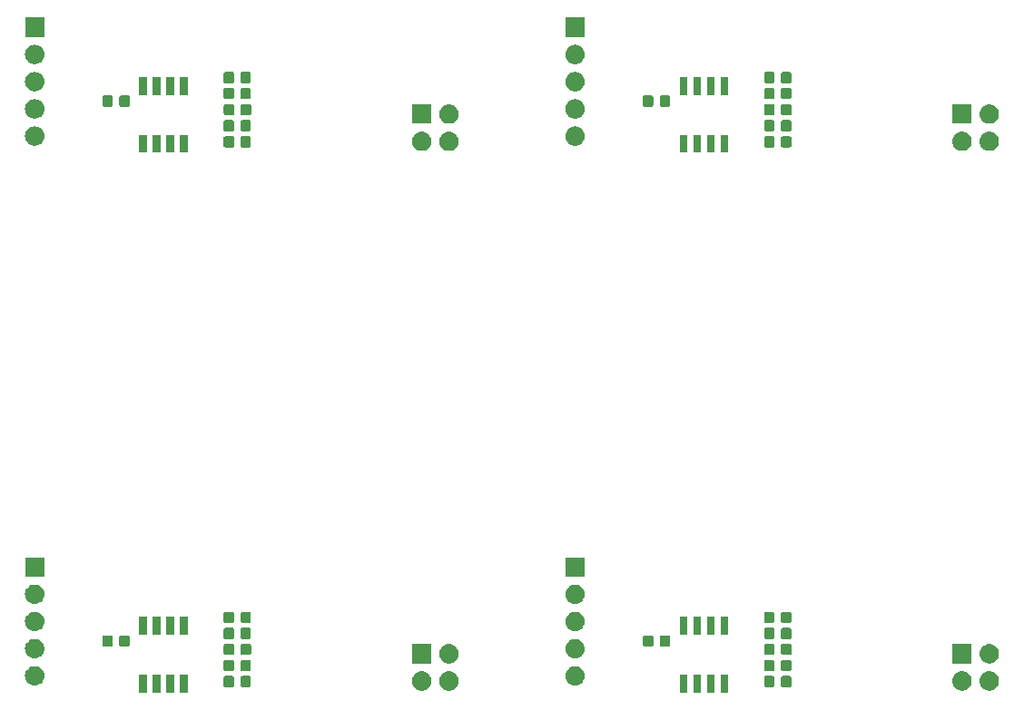
<source format=gbs>
%MOIN*%
%OFA0B0*%
%FSLAX46Y46*%
%IPPOS*%
%LPD*%
%ADD10C,0.0039370078740157488*%
%ADD21C,0.0039370078740157488*%
%ADD22C,0.0039370078740157488*%
%ADD23C,0.0039370078740157488*%
G01*
D10*
G36*
X0000604173Y0000093464D02*
X0000576535Y0000093464D01*
X0000576535Y0000158503D01*
X0000604173Y0000158503D01*
X0000604173Y0000093464D01*
X0000604173Y0000093464D01*
G37*
G36*
X0000654173Y0000093464D02*
X0000626535Y0000093464D01*
X0000626535Y0000158503D01*
X0000654173Y0000158503D01*
X0000654173Y0000093464D01*
X0000654173Y0000093464D01*
G37*
G36*
X0000754173Y0000093464D02*
X0000726535Y0000093464D01*
X0000726535Y0000158503D01*
X0000754173Y0000158503D01*
X0000754173Y0000093464D01*
X0000754173Y0000093464D01*
G37*
G36*
X0000704173Y0000093464D02*
X0000676535Y0000093464D01*
X0000676535Y0000158503D01*
X0000704173Y0000158503D01*
X0000704173Y0000093464D01*
X0000704173Y0000093464D01*
G37*
G36*
X0001618521Y0000171436D02*
X0001621127Y0000171179D01*
X0001625584Y0000169827D01*
X0001627813Y0000169151D01*
X0001628548Y0000168758D01*
X0001633976Y0000165857D01*
X0001635382Y0000164702D01*
X0001639377Y0000161424D01*
X0001642655Y0000157430D01*
X0001643810Y0000156023D01*
X0001643810Y0000156023D01*
X0001647104Y0000149860D01*
X0001647618Y0000148164D01*
X0001649132Y0000143174D01*
X0001649817Y0000136220D01*
X0001649132Y0000129266D01*
X0001647984Y0000125481D01*
X0001647104Y0000122580D01*
X0001645236Y0000119085D01*
X0001643810Y0000116417D01*
X0001642655Y0000115010D01*
X0001639377Y0000111016D01*
X0001635382Y0000107738D01*
X0001633976Y0000106583D01*
X0001633975Y0000106583D01*
X0001627813Y0000103289D01*
X0001625584Y0000102613D01*
X0001621127Y0000101261D01*
X0001618521Y0000101004D01*
X0001615915Y0000100747D01*
X0001612430Y0000100747D01*
X0001609825Y0000101004D01*
X0001607219Y0000101261D01*
X0001602761Y0000102613D01*
X0001600532Y0000103289D01*
X0001594370Y0000106583D01*
X0001594370Y0000106583D01*
X0001592963Y0000107738D01*
X0001588969Y0000111016D01*
X0001585691Y0000115010D01*
X0001584536Y0000116417D01*
X0001583110Y0000119085D01*
X0001581242Y0000122580D01*
X0001580362Y0000125481D01*
X0001579214Y0000129266D01*
X0001578529Y0000136220D01*
X0001579214Y0000143174D01*
X0001580727Y0000148164D01*
X0001581242Y0000149860D01*
X0001584536Y0000156023D01*
X0001584536Y0000156023D01*
X0001585691Y0000157430D01*
X0001588969Y0000161424D01*
X0001592963Y0000164702D01*
X0001594370Y0000165857D01*
X0001599797Y0000168758D01*
X0001600532Y0000169151D01*
X0001602761Y0000169827D01*
X0001607219Y0000171179D01*
X0001609825Y0000171436D01*
X0001612430Y0000171692D01*
X0001615915Y0000171692D01*
X0001618521Y0000171436D01*
X0001618521Y0000171436D01*
G37*
G36*
X0001718521Y0000171436D02*
X0001721127Y0000171179D01*
X0001725584Y0000169827D01*
X0001727813Y0000169151D01*
X0001728548Y0000168758D01*
X0001733976Y0000165857D01*
X0001735383Y0000164702D01*
X0001739377Y0000161424D01*
X0001742655Y0000157430D01*
X0001743810Y0000156023D01*
X0001743810Y0000156023D01*
X0001747104Y0000149860D01*
X0001747618Y0000148164D01*
X0001749132Y0000143174D01*
X0001749817Y0000136220D01*
X0001749132Y0000129266D01*
X0001747984Y0000125481D01*
X0001747104Y0000122580D01*
X0001745236Y0000119085D01*
X0001743810Y0000116417D01*
X0001742655Y0000115010D01*
X0001739377Y0000111016D01*
X0001735383Y0000107738D01*
X0001733976Y0000106583D01*
X0001733975Y0000106583D01*
X0001727813Y0000103289D01*
X0001725584Y0000102613D01*
X0001721127Y0000101261D01*
X0001718521Y0000101004D01*
X0001715915Y0000100747D01*
X0001712430Y0000100747D01*
X0001709825Y0000101004D01*
X0001707219Y0000101261D01*
X0001702761Y0000102613D01*
X0001700532Y0000103289D01*
X0001694370Y0000106583D01*
X0001694370Y0000106583D01*
X0001692963Y0000107738D01*
X0001688969Y0000111016D01*
X0001685691Y0000115010D01*
X0001684536Y0000116417D01*
X0001683110Y0000119085D01*
X0001681242Y0000122580D01*
X0001680362Y0000125481D01*
X0001679214Y0000129266D01*
X0001678529Y0000136220D01*
X0001679214Y0000143174D01*
X0001680727Y0000148164D01*
X0001681242Y0000149860D01*
X0001684536Y0000156023D01*
X0001684536Y0000156023D01*
X0001685691Y0000157430D01*
X0001688969Y0000161424D01*
X0001692963Y0000164702D01*
X0001694370Y0000165857D01*
X0001699797Y0000168758D01*
X0001700532Y0000169151D01*
X0001702761Y0000169827D01*
X0001707219Y0000171179D01*
X0001709825Y0000171436D01*
X0001712430Y0000171692D01*
X0001715915Y0000171692D01*
X0001718521Y0000171436D01*
X0001718521Y0000171436D01*
G37*
G36*
X0000981479Y0000154406D02*
X0000982817Y0000154000D01*
X0000984050Y0000153341D01*
X0000985131Y0000152454D01*
X0000986018Y0000151373D01*
X0000986677Y0000150140D01*
X0000987083Y0000148802D01*
X0000987244Y0000147169D01*
X0000987244Y0000120546D01*
X0000987083Y0000118913D01*
X0000986677Y0000117575D01*
X0000986018Y0000116342D01*
X0000985131Y0000115262D01*
X0000984050Y0000114375D01*
X0000982817Y0000113716D01*
X0000981479Y0000113310D01*
X0000979846Y0000113149D01*
X0000956176Y0000113149D01*
X0000954543Y0000113310D01*
X0000953205Y0000113716D01*
X0000951972Y0000114375D01*
X0000950892Y0000115262D01*
X0000950005Y0000116342D01*
X0000949346Y0000117575D01*
X0000948940Y0000118913D01*
X0000948779Y0000120546D01*
X0000948779Y0000147169D01*
X0000948940Y0000148802D01*
X0000949346Y0000150140D01*
X0000950005Y0000151373D01*
X0000950892Y0000152454D01*
X0000951972Y0000153341D01*
X0000953205Y0000154000D01*
X0000954543Y0000154406D01*
X0000956176Y0000154566D01*
X0000979846Y0000154566D01*
X0000981479Y0000154406D01*
X0000981479Y0000154406D01*
G37*
G36*
X0000919472Y0000154406D02*
X0000920809Y0000154000D01*
X0000922042Y0000153341D01*
X0000923123Y0000152454D01*
X0000924010Y0000151373D01*
X0000924669Y0000150140D01*
X0000925075Y0000148802D01*
X0000925236Y0000147169D01*
X0000925236Y0000120546D01*
X0000925075Y0000118913D01*
X0000924669Y0000117575D01*
X0000924010Y0000116342D01*
X0000923123Y0000115262D01*
X0000922042Y0000114375D01*
X0000920809Y0000113716D01*
X0000919472Y0000113310D01*
X0000917838Y0000113149D01*
X0000894168Y0000113149D01*
X0000892535Y0000113310D01*
X0000891198Y0000113716D01*
X0000889965Y0000114375D01*
X0000888884Y0000115262D01*
X0000887997Y0000116342D01*
X0000887338Y0000117575D01*
X0000886932Y0000118913D01*
X0000886771Y0000120546D01*
X0000886771Y0000147169D01*
X0000886932Y0000148802D01*
X0000887338Y0000150140D01*
X0000887997Y0000151373D01*
X0000888884Y0000152454D01*
X0000889965Y0000153341D01*
X0000891198Y0000154000D01*
X0000892535Y0000154406D01*
X0000894168Y0000154566D01*
X0000917838Y0000154566D01*
X0000919472Y0000154406D01*
X0000919472Y0000154406D01*
G37*
G36*
X0000197261Y0000190333D02*
X0000199867Y0000190077D01*
X0000204324Y0000188725D01*
X0000206553Y0000188048D01*
X0000212011Y0000185131D01*
X0000212716Y0000184755D01*
X0000214123Y0000183600D01*
X0000218117Y0000180322D01*
X0000221272Y0000176478D01*
X0000222550Y0000174920D01*
X0000222550Y0000174920D01*
X0000225844Y0000168758D01*
X0000225844Y0000168758D01*
X0000227872Y0000162071D01*
X0000228557Y0000155118D01*
X0000227872Y0000148164D01*
X0000226897Y0000144950D01*
X0000225844Y0000141477D01*
X0000223034Y0000136220D01*
X0000222550Y0000135315D01*
X0000221395Y0000133908D01*
X0000218117Y0000129913D01*
X0000214123Y0000126635D01*
X0000212716Y0000125481D01*
X0000212716Y0000125481D01*
X0000206553Y0000122187D01*
X0000204324Y0000121511D01*
X0000199867Y0000120158D01*
X0000197261Y0000119902D01*
X0000194655Y0000119645D01*
X0000191170Y0000119645D01*
X0000188565Y0000119902D01*
X0000185959Y0000120158D01*
X0000181501Y0000121511D01*
X0000179272Y0000122187D01*
X0000173110Y0000125481D01*
X0000173110Y0000125481D01*
X0000171703Y0000126635D01*
X0000167709Y0000129913D01*
X0000164431Y0000133908D01*
X0000163276Y0000135315D01*
X0000162792Y0000136220D01*
X0000159982Y0000141477D01*
X0000158929Y0000144950D01*
X0000157954Y0000148164D01*
X0000157269Y0000155118D01*
X0000157954Y0000162071D01*
X0000159982Y0000168758D01*
X0000159982Y0000168758D01*
X0000163276Y0000174920D01*
X0000163276Y0000174920D01*
X0000164554Y0000176478D01*
X0000167709Y0000180322D01*
X0000171703Y0000183600D01*
X0000173110Y0000184755D01*
X0000173815Y0000185131D01*
X0000179272Y0000188048D01*
X0000181501Y0000188725D01*
X0000185959Y0000190077D01*
X0000188565Y0000190333D01*
X0000191170Y0000190590D01*
X0000194655Y0000190590D01*
X0000197261Y0000190333D01*
X0000197261Y0000190333D01*
G37*
G36*
X0000981479Y0000213461D02*
X0000982817Y0000213055D01*
X0000984050Y0000212396D01*
X0000985131Y0000211509D01*
X0000986018Y0000210428D01*
X0000986677Y0000209195D01*
X0000987083Y0000207857D01*
X0000987244Y0000206224D01*
X0000987244Y0000179601D01*
X0000987083Y0000177968D01*
X0000986677Y0000176631D01*
X0000986018Y0000175398D01*
X0000985131Y0000174317D01*
X0000984050Y0000173430D01*
X0000982817Y0000172771D01*
X0000981479Y0000172365D01*
X0000979846Y0000172204D01*
X0000956176Y0000172204D01*
X0000954543Y0000172365D01*
X0000953205Y0000172771D01*
X0000951972Y0000173430D01*
X0000950892Y0000174317D01*
X0000950005Y0000175398D01*
X0000949346Y0000176631D01*
X0000948940Y0000177968D01*
X0000948779Y0000179601D01*
X0000948779Y0000206224D01*
X0000948940Y0000207857D01*
X0000949346Y0000209195D01*
X0000950005Y0000210428D01*
X0000950892Y0000211509D01*
X0000951972Y0000212396D01*
X0000953205Y0000213055D01*
X0000954543Y0000213461D01*
X0000956176Y0000213622D01*
X0000979846Y0000213622D01*
X0000981479Y0000213461D01*
X0000981479Y0000213461D01*
G37*
G36*
X0000919472Y0000213461D02*
X0000920809Y0000213055D01*
X0000922042Y0000212396D01*
X0000923123Y0000211509D01*
X0000924010Y0000210428D01*
X0000924669Y0000209195D01*
X0000925075Y0000207857D01*
X0000925236Y0000206224D01*
X0000925236Y0000179601D01*
X0000925075Y0000177968D01*
X0000924669Y0000176631D01*
X0000924010Y0000175398D01*
X0000923123Y0000174317D01*
X0000922042Y0000173430D01*
X0000920809Y0000172771D01*
X0000919472Y0000172365D01*
X0000917838Y0000172204D01*
X0000894168Y0000172204D01*
X0000892535Y0000172365D01*
X0000891198Y0000172771D01*
X0000889965Y0000173430D01*
X0000888884Y0000174317D01*
X0000887997Y0000175398D01*
X0000887338Y0000176631D01*
X0000886932Y0000177968D01*
X0000886771Y0000179601D01*
X0000886771Y0000206224D01*
X0000886932Y0000207857D01*
X0000887338Y0000209195D01*
X0000887997Y0000210428D01*
X0000888884Y0000211509D01*
X0000889965Y0000212396D01*
X0000891198Y0000213055D01*
X0000892535Y0000213461D01*
X0000894168Y0000213622D01*
X0000917838Y0000213622D01*
X0000919472Y0000213461D01*
X0000919472Y0000213461D01*
G37*
G36*
X0001718521Y0000271436D02*
X0001721127Y0000271179D01*
X0001725584Y0000269827D01*
X0001727813Y0000269151D01*
X0001731497Y0000267182D01*
X0001733976Y0000265857D01*
X0001735097Y0000264937D01*
X0001739377Y0000261424D01*
X0001742655Y0000257430D01*
X0001743810Y0000256023D01*
X0001743810Y0000256023D01*
X0001747104Y0000249860D01*
X0001747618Y0000248164D01*
X0001749132Y0000243174D01*
X0001749817Y0000236220D01*
X0001749132Y0000229266D01*
X0001747984Y0000225481D01*
X0001747104Y0000222580D01*
X0001744186Y0000217122D01*
X0001743810Y0000216417D01*
X0001742655Y0000215010D01*
X0001739377Y0000211016D01*
X0001735383Y0000207738D01*
X0001733976Y0000206583D01*
X0001733975Y0000206583D01*
X0001727813Y0000203289D01*
X0001725584Y0000202613D01*
X0001721127Y0000201261D01*
X0001718521Y0000201004D01*
X0001715915Y0000200748D01*
X0001712430Y0000200748D01*
X0001709825Y0000201004D01*
X0001707219Y0000201261D01*
X0001702761Y0000202613D01*
X0001700532Y0000203289D01*
X0001694370Y0000206583D01*
X0001694370Y0000206583D01*
X0001692963Y0000207738D01*
X0001688969Y0000211016D01*
X0001685691Y0000215010D01*
X0001684536Y0000216417D01*
X0001684159Y0000217122D01*
X0001681242Y0000222580D01*
X0001680362Y0000225481D01*
X0001679214Y0000229266D01*
X0001678529Y0000236220D01*
X0001679214Y0000243174D01*
X0001680727Y0000248164D01*
X0001681242Y0000249860D01*
X0001684536Y0000256023D01*
X0001684536Y0000256023D01*
X0001685691Y0000257430D01*
X0001688969Y0000261424D01*
X0001693248Y0000264937D01*
X0001694370Y0000265857D01*
X0001696849Y0000267182D01*
X0001700532Y0000269151D01*
X0001702761Y0000269827D01*
X0001707219Y0000271179D01*
X0001709825Y0000271436D01*
X0001712430Y0000271692D01*
X0001715915Y0000271692D01*
X0001718521Y0000271436D01*
X0001718521Y0000271436D01*
G37*
G36*
X0001649645Y0000200748D02*
X0001578700Y0000200748D01*
X0001578700Y0000271692D01*
X0001649645Y0000271692D01*
X0001649645Y0000200748D01*
X0001649645Y0000200748D01*
G37*
G36*
X0000197261Y0000290333D02*
X0000199867Y0000290077D01*
X0000204324Y0000288725D01*
X0000206553Y0000288048D01*
X0000212011Y0000285131D01*
X0000212716Y0000284755D01*
X0000214123Y0000283600D01*
X0000218117Y0000280322D01*
X0000221395Y0000276327D01*
X0000222550Y0000274920D01*
X0000222550Y0000274920D01*
X0000225844Y0000268758D01*
X0000226368Y0000267029D01*
X0000227872Y0000262071D01*
X0000228557Y0000255118D01*
X0000227872Y0000248164D01*
X0000226520Y0000243706D01*
X0000225844Y0000241477D01*
X0000224336Y0000238657D01*
X0000222550Y0000235315D01*
X0000221842Y0000234453D01*
X0000218117Y0000229913D01*
X0000214123Y0000226635D01*
X0000212716Y0000225481D01*
X0000212716Y0000225481D01*
X0000206553Y0000222187D01*
X0000204324Y0000221511D01*
X0000199867Y0000220158D01*
X0000197261Y0000219902D01*
X0000194655Y0000219645D01*
X0000191170Y0000219645D01*
X0000188565Y0000219902D01*
X0000185959Y0000220158D01*
X0000181501Y0000221511D01*
X0000179272Y0000222187D01*
X0000173110Y0000225481D01*
X0000173110Y0000225481D01*
X0000171703Y0000226635D01*
X0000167709Y0000229913D01*
X0000163983Y0000234453D01*
X0000163276Y0000235315D01*
X0000161490Y0000238657D01*
X0000159982Y0000241477D01*
X0000159306Y0000243706D01*
X0000157954Y0000248164D01*
X0000157269Y0000255118D01*
X0000157954Y0000262071D01*
X0000159458Y0000267029D01*
X0000159982Y0000268758D01*
X0000163276Y0000274920D01*
X0000163276Y0000274920D01*
X0000164431Y0000276327D01*
X0000167709Y0000280322D01*
X0000171703Y0000283600D01*
X0000173110Y0000284755D01*
X0000173815Y0000285131D01*
X0000179272Y0000288048D01*
X0000181501Y0000288725D01*
X0000185959Y0000290077D01*
X0000188565Y0000290333D01*
X0000191170Y0000290590D01*
X0000194655Y0000290590D01*
X0000197261Y0000290333D01*
X0000197261Y0000290333D01*
G37*
G36*
X0000919964Y0000272516D02*
X0000921301Y0000272110D01*
X0000922534Y0000271451D01*
X0000923615Y0000270564D01*
X0000924502Y0000269483D01*
X0000925161Y0000268250D01*
X0000925567Y0000266912D01*
X0000925728Y0000265279D01*
X0000925728Y0000238657D01*
X0000925567Y0000237023D01*
X0000925161Y0000235686D01*
X0000924502Y0000234453D01*
X0000923615Y0000233372D01*
X0000922534Y0000232485D01*
X0000921301Y0000231826D01*
X0000919964Y0000231420D01*
X0000918331Y0000231259D01*
X0000894661Y0000231259D01*
X0000893027Y0000231420D01*
X0000891690Y0000231826D01*
X0000890457Y0000232485D01*
X0000889376Y0000233372D01*
X0000888489Y0000234453D01*
X0000887830Y0000235686D01*
X0000887424Y0000237023D01*
X0000887263Y0000238657D01*
X0000887263Y0000265279D01*
X0000887424Y0000266912D01*
X0000887830Y0000268250D01*
X0000888489Y0000269483D01*
X0000889376Y0000270564D01*
X0000890457Y0000271451D01*
X0000891690Y0000272110D01*
X0000893027Y0000272516D01*
X0000894661Y0000272677D01*
X0000918331Y0000272677D01*
X0000919964Y0000272516D01*
X0000919964Y0000272516D01*
G37*
G36*
X0000981972Y0000272516D02*
X0000983309Y0000272110D01*
X0000984542Y0000271451D01*
X0000985623Y0000270564D01*
X0000986510Y0000269483D01*
X0000987169Y0000268250D01*
X0000987575Y0000266912D01*
X0000987736Y0000265279D01*
X0000987736Y0000238657D01*
X0000987575Y0000237023D01*
X0000987169Y0000235686D01*
X0000986510Y0000234453D01*
X0000985623Y0000233372D01*
X0000984542Y0000232485D01*
X0000983309Y0000231826D01*
X0000981972Y0000231420D01*
X0000980338Y0000231259D01*
X0000956668Y0000231259D01*
X0000955035Y0000231420D01*
X0000953698Y0000231826D01*
X0000952465Y0000232485D01*
X0000951384Y0000233372D01*
X0000950497Y0000234453D01*
X0000949838Y0000235686D01*
X0000949432Y0000237023D01*
X0000949271Y0000238657D01*
X0000949271Y0000265279D01*
X0000949432Y0000266912D01*
X0000949838Y0000268250D01*
X0000950497Y0000269483D01*
X0000951384Y0000270564D01*
X0000952465Y0000271451D01*
X0000953698Y0000272110D01*
X0000955035Y0000272516D01*
X0000956668Y0000272677D01*
X0000980338Y0000272677D01*
X0000981972Y0000272516D01*
X0000981972Y0000272516D01*
G37*
G36*
X0000536598Y0000304012D02*
X0000537935Y0000303606D01*
X0000539168Y0000302947D01*
X0000540249Y0000302060D01*
X0000541136Y0000300979D01*
X0000541795Y0000299746D01*
X0000542201Y0000298409D01*
X0000542362Y0000296775D01*
X0000542362Y0000270153D01*
X0000542201Y0000268520D01*
X0000541795Y0000267182D01*
X0000541136Y0000265949D01*
X0000540249Y0000264868D01*
X0000539168Y0000263981D01*
X0000537935Y0000263322D01*
X0000536598Y0000262916D01*
X0000534964Y0000262755D01*
X0000511294Y0000262755D01*
X0000509661Y0000262916D01*
X0000508324Y0000263322D01*
X0000507091Y0000263981D01*
X0000506010Y0000264868D01*
X0000505123Y0000265949D01*
X0000504464Y0000267182D01*
X0000504058Y0000268520D01*
X0000503897Y0000270153D01*
X0000503897Y0000296775D01*
X0000504058Y0000298409D01*
X0000504464Y0000299746D01*
X0000505123Y0000300979D01*
X0000506010Y0000302060D01*
X0000507091Y0000302947D01*
X0000508324Y0000303606D01*
X0000509661Y0000304012D01*
X0000511294Y0000304173D01*
X0000534964Y0000304173D01*
X0000536598Y0000304012D01*
X0000536598Y0000304012D01*
G37*
G36*
X0000474590Y0000304012D02*
X0000475927Y0000303606D01*
X0000477160Y0000302947D01*
X0000478241Y0000302060D01*
X0000479128Y0000300979D01*
X0000479787Y0000299746D01*
X0000480193Y0000298409D01*
X0000480354Y0000296775D01*
X0000480354Y0000270153D01*
X0000480193Y0000268520D01*
X0000479787Y0000267182D01*
X0000479128Y0000265949D01*
X0000478241Y0000264868D01*
X0000477160Y0000263981D01*
X0000475927Y0000263322D01*
X0000474590Y0000262916D01*
X0000472957Y0000262755D01*
X0000449287Y0000262755D01*
X0000447653Y0000262916D01*
X0000446316Y0000263322D01*
X0000445083Y0000263981D01*
X0000444002Y0000264868D01*
X0000443115Y0000265949D01*
X0000442456Y0000267182D01*
X0000442050Y0000268520D01*
X0000441889Y0000270153D01*
X0000441889Y0000296775D01*
X0000442050Y0000298409D01*
X0000442456Y0000299746D01*
X0000443115Y0000300979D01*
X0000444002Y0000302060D01*
X0000445083Y0000302947D01*
X0000446316Y0000303606D01*
X0000447653Y0000304012D01*
X0000449287Y0000304173D01*
X0000472957Y0000304173D01*
X0000474590Y0000304012D01*
X0000474590Y0000304012D01*
G37*
G36*
X0000919472Y0000331571D02*
X0000920809Y0000331165D01*
X0000922042Y0000330506D01*
X0000923123Y0000329619D01*
X0000924010Y0000328538D01*
X0000924669Y0000327305D01*
X0000925075Y0000325968D01*
X0000925236Y0000324335D01*
X0000925236Y0000297712D01*
X0000925075Y0000296079D01*
X0000924669Y0000294741D01*
X0000924010Y0000293508D01*
X0000923123Y0000292427D01*
X0000922042Y0000291540D01*
X0000920809Y0000290881D01*
X0000919472Y0000290475D01*
X0000917838Y0000290314D01*
X0000894168Y0000290314D01*
X0000892535Y0000290475D01*
X0000891198Y0000290881D01*
X0000889965Y0000291540D01*
X0000888884Y0000292427D01*
X0000887997Y0000293508D01*
X0000887338Y0000294741D01*
X0000886932Y0000296079D01*
X0000886771Y0000297712D01*
X0000886771Y0000324335D01*
X0000886932Y0000325968D01*
X0000887338Y0000327305D01*
X0000887997Y0000328538D01*
X0000888884Y0000329619D01*
X0000889965Y0000330506D01*
X0000891198Y0000331165D01*
X0000892535Y0000331571D01*
X0000894168Y0000331732D01*
X0000917838Y0000331732D01*
X0000919472Y0000331571D01*
X0000919472Y0000331571D01*
G37*
G36*
X0000981479Y0000331571D02*
X0000982817Y0000331165D01*
X0000984050Y0000330506D01*
X0000985131Y0000329619D01*
X0000986018Y0000328538D01*
X0000986677Y0000327305D01*
X0000987083Y0000325968D01*
X0000987244Y0000324335D01*
X0000987244Y0000297712D01*
X0000987083Y0000296079D01*
X0000986677Y0000294741D01*
X0000986018Y0000293508D01*
X0000985131Y0000292427D01*
X0000984050Y0000291540D01*
X0000982817Y0000290881D01*
X0000981479Y0000290475D01*
X0000979846Y0000290314D01*
X0000956176Y0000290314D01*
X0000954543Y0000290475D01*
X0000953205Y0000290881D01*
X0000951972Y0000291540D01*
X0000950892Y0000292427D01*
X0000950005Y0000293508D01*
X0000949346Y0000294741D01*
X0000948940Y0000296079D01*
X0000948779Y0000297712D01*
X0000948779Y0000324335D01*
X0000948940Y0000325968D01*
X0000949346Y0000327305D01*
X0000950005Y0000328538D01*
X0000950892Y0000329619D01*
X0000951972Y0000330506D01*
X0000953205Y0000331165D01*
X0000954543Y0000331571D01*
X0000956176Y0000331732D01*
X0000979846Y0000331732D01*
X0000981479Y0000331571D01*
X0000981479Y0000331571D01*
G37*
G36*
X0000704173Y0000306062D02*
X0000676535Y0000306062D01*
X0000676535Y0000371102D01*
X0000704173Y0000371102D01*
X0000704173Y0000306062D01*
X0000704173Y0000306062D01*
G37*
G36*
X0000754173Y0000306062D02*
X0000726535Y0000306062D01*
X0000726535Y0000371102D01*
X0000754173Y0000371102D01*
X0000754173Y0000306062D01*
X0000754173Y0000306062D01*
G37*
G36*
X0000654173Y0000306062D02*
X0000626535Y0000306062D01*
X0000626535Y0000371102D01*
X0000654173Y0000371102D01*
X0000654173Y0000306062D01*
X0000654173Y0000306062D01*
G37*
G36*
X0000604173Y0000306062D02*
X0000576535Y0000306062D01*
X0000576535Y0000371102D01*
X0000604173Y0000371102D01*
X0000604173Y0000306062D01*
X0000604173Y0000306062D01*
G37*
G36*
X0000197261Y0000390333D02*
X0000199867Y0000390077D01*
X0000204324Y0000388725D01*
X0000206553Y0000388048D01*
X0000207404Y0000387593D01*
X0000212716Y0000384755D01*
X0000214123Y0000383600D01*
X0000218117Y0000380322D01*
X0000221395Y0000376327D01*
X0000222550Y0000374920D01*
X0000222550Y0000374920D01*
X0000225844Y0000368758D01*
X0000225844Y0000368758D01*
X0000227872Y0000362071D01*
X0000228557Y0000355118D01*
X0000227872Y0000348164D01*
X0000226520Y0000343706D01*
X0000225844Y0000341477D01*
X0000222927Y0000336020D01*
X0000222550Y0000335315D01*
X0000221395Y0000333908D01*
X0000218117Y0000329913D01*
X0000214939Y0000327305D01*
X0000212716Y0000325481D01*
X0000212716Y0000325481D01*
X0000206553Y0000322187D01*
X0000204324Y0000321511D01*
X0000199867Y0000320158D01*
X0000197261Y0000319902D01*
X0000194655Y0000319645D01*
X0000191170Y0000319645D01*
X0000188565Y0000319902D01*
X0000185959Y0000320158D01*
X0000181501Y0000321511D01*
X0000179272Y0000322187D01*
X0000173110Y0000325481D01*
X0000173110Y0000325481D01*
X0000170887Y0000327305D01*
X0000167709Y0000329913D01*
X0000164431Y0000333908D01*
X0000163276Y0000335315D01*
X0000162899Y0000336020D01*
X0000159982Y0000341477D01*
X0000159306Y0000343706D01*
X0000157954Y0000348164D01*
X0000157269Y0000355118D01*
X0000157954Y0000362071D01*
X0000159982Y0000368758D01*
X0000159982Y0000368758D01*
X0000163276Y0000374920D01*
X0000163276Y0000374920D01*
X0000164431Y0000376327D01*
X0000167709Y0000380322D01*
X0000171703Y0000383600D01*
X0000173110Y0000384755D01*
X0000178421Y0000387593D01*
X0000179272Y0000388048D01*
X0000181501Y0000388725D01*
X0000185959Y0000390077D01*
X0000188565Y0000390333D01*
X0000191170Y0000390590D01*
X0000194655Y0000390590D01*
X0000197261Y0000390333D01*
X0000197261Y0000390333D01*
G37*
G36*
X0000919472Y0000390626D02*
X0000920809Y0000390220D01*
X0000922042Y0000389561D01*
X0000923123Y0000388674D01*
X0000924010Y0000387593D01*
X0000924669Y0000386360D01*
X0000925075Y0000385023D01*
X0000925236Y0000383390D01*
X0000925236Y0000356767D01*
X0000925075Y0000355134D01*
X0000924669Y0000353796D01*
X0000924010Y0000352563D01*
X0000923123Y0000351482D01*
X0000922042Y0000350595D01*
X0000920809Y0000349936D01*
X0000919472Y0000349530D01*
X0000917838Y0000349370D01*
X0000894168Y0000349370D01*
X0000892535Y0000349530D01*
X0000891198Y0000349936D01*
X0000889965Y0000350595D01*
X0000888884Y0000351482D01*
X0000887997Y0000352563D01*
X0000887338Y0000353796D01*
X0000886932Y0000355134D01*
X0000886771Y0000356767D01*
X0000886771Y0000383390D01*
X0000886932Y0000385023D01*
X0000887338Y0000386360D01*
X0000887997Y0000387593D01*
X0000888884Y0000388674D01*
X0000889965Y0000389561D01*
X0000891198Y0000390220D01*
X0000892535Y0000390626D01*
X0000894168Y0000390787D01*
X0000917838Y0000390787D01*
X0000919472Y0000390626D01*
X0000919472Y0000390626D01*
G37*
G36*
X0000981479Y0000390626D02*
X0000982817Y0000390220D01*
X0000984050Y0000389561D01*
X0000985131Y0000388674D01*
X0000986018Y0000387593D01*
X0000986677Y0000386360D01*
X0000987083Y0000385023D01*
X0000987244Y0000383390D01*
X0000987244Y0000356767D01*
X0000987083Y0000355134D01*
X0000986677Y0000353796D01*
X0000986018Y0000352563D01*
X0000985131Y0000351482D01*
X0000984050Y0000350595D01*
X0000982817Y0000349936D01*
X0000981479Y0000349530D01*
X0000979846Y0000349370D01*
X0000956176Y0000349370D01*
X0000954543Y0000349530D01*
X0000953205Y0000349936D01*
X0000951972Y0000350595D01*
X0000950892Y0000351482D01*
X0000950005Y0000352563D01*
X0000949346Y0000353796D01*
X0000948940Y0000355134D01*
X0000948779Y0000356767D01*
X0000948779Y0000383390D01*
X0000948940Y0000385023D01*
X0000949346Y0000386360D01*
X0000950005Y0000387593D01*
X0000950892Y0000388674D01*
X0000951972Y0000389561D01*
X0000953205Y0000390220D01*
X0000954543Y0000390626D01*
X0000956176Y0000390787D01*
X0000979846Y0000390787D01*
X0000981479Y0000390626D01*
X0000981479Y0000390626D01*
G37*
G36*
X0000197261Y0000490333D02*
X0000199867Y0000490077D01*
X0000204324Y0000488725D01*
X0000206553Y0000488048D01*
X0000212011Y0000485131D01*
X0000212716Y0000484755D01*
X0000214123Y0000483600D01*
X0000218117Y0000480322D01*
X0000221395Y0000476327D01*
X0000222550Y0000474920D01*
X0000222550Y0000474920D01*
X0000225844Y0000468758D01*
X0000225844Y0000468758D01*
X0000227872Y0000462071D01*
X0000228557Y0000455118D01*
X0000227872Y0000448164D01*
X0000226520Y0000443706D01*
X0000225844Y0000441477D01*
X0000222927Y0000436020D01*
X0000222550Y0000435315D01*
X0000221395Y0000433908D01*
X0000218117Y0000429913D01*
X0000214123Y0000426635D01*
X0000212716Y0000425481D01*
X0000212716Y0000425481D01*
X0000206553Y0000422187D01*
X0000204324Y0000421511D01*
X0000199867Y0000420158D01*
X0000197261Y0000419902D01*
X0000194655Y0000419645D01*
X0000191170Y0000419645D01*
X0000188565Y0000419902D01*
X0000185959Y0000420158D01*
X0000181501Y0000421511D01*
X0000179272Y0000422187D01*
X0000173110Y0000425481D01*
X0000173110Y0000425481D01*
X0000171703Y0000426635D01*
X0000167709Y0000429913D01*
X0000164431Y0000433908D01*
X0000163276Y0000435315D01*
X0000162899Y0000436020D01*
X0000159982Y0000441477D01*
X0000159306Y0000443706D01*
X0000157954Y0000448164D01*
X0000157269Y0000455118D01*
X0000157954Y0000462071D01*
X0000159982Y0000468758D01*
X0000159982Y0000468758D01*
X0000163276Y0000474920D01*
X0000163276Y0000474920D01*
X0000164431Y0000476327D01*
X0000167709Y0000480322D01*
X0000171703Y0000483600D01*
X0000173110Y0000484755D01*
X0000173815Y0000485131D01*
X0000179272Y0000488048D01*
X0000181501Y0000488725D01*
X0000185959Y0000490077D01*
X0000188565Y0000490333D01*
X0000191170Y0000490590D01*
X0000194655Y0000490590D01*
X0000197261Y0000490333D01*
X0000197261Y0000490333D01*
G37*
G36*
X0000228385Y0000519645D02*
X0000157440Y0000519645D01*
X0000157440Y0000590590D01*
X0000228385Y0000590590D01*
X0000228385Y0000519645D01*
X0000228385Y0000519645D01*
G37*
G04 next file*
G04 #@! TF.GenerationSoftware,KiCad,Pcbnew,(5.0.2)-1*
G04 #@! TF.CreationDate,2019-01-19T12:13:54+11:00*
G04 #@! TF.ProjectId,WarGames_SAO,57617247-616d-4657-935f-53414f2e6b69,rev?*
G04 #@! TF.SameCoordinates,Original*
G04 #@! TF.FileFunction,Soldermask,Bot*
G04 #@! TF.FilePolarity,Negative*
G04 Gerber Fmt 4.6, Leading zero omitted, Abs format (unit mm)*
G04 Created by KiCad (PCBNEW (5.0.2)-1) date 19/01/2019 12:13:54*
G01*
G04 APERTURE LIST*
G04 APERTURE END LIST*
D21*
G36*
X0002588425Y0000093464D02*
X0002560787Y0000093464D01*
X0002560787Y0000158503D01*
X0002588425Y0000158503D01*
X0002588425Y0000093464D01*
X0002588425Y0000093464D01*
G37*
G36*
X0002638425Y0000093464D02*
X0002610787Y0000093464D01*
X0002610787Y0000158503D01*
X0002638425Y0000158503D01*
X0002638425Y0000093464D01*
X0002638425Y0000093464D01*
G37*
G36*
X0002738425Y0000093464D02*
X0002710787Y0000093464D01*
X0002710787Y0000158503D01*
X0002738425Y0000158503D01*
X0002738425Y0000093464D01*
X0002738425Y0000093464D01*
G37*
G36*
X0002688425Y0000093464D02*
X0002660787Y0000093464D01*
X0002660787Y0000158503D01*
X0002688425Y0000158503D01*
X0002688425Y0000093464D01*
X0002688425Y0000093464D01*
G37*
G36*
X0003602773Y0000171436D02*
X0003605379Y0000171179D01*
X0003609836Y0000169827D01*
X0003612065Y0000169151D01*
X0003612800Y0000168758D01*
X0003618228Y0000165857D01*
X0003619635Y0000164702D01*
X0003623629Y0000161424D01*
X0003626907Y0000157430D01*
X0003628062Y0000156023D01*
X0003628062Y0000156023D01*
X0003631356Y0000149860D01*
X0003631870Y0000148164D01*
X0003633384Y0000143174D01*
X0003634069Y0000136220D01*
X0003633384Y0000129266D01*
X0003632236Y0000125481D01*
X0003631356Y0000122580D01*
X0003629488Y0000119085D01*
X0003628062Y0000116417D01*
X0003626907Y0000115010D01*
X0003623629Y0000111016D01*
X0003619635Y0000107738D01*
X0003618228Y0000106583D01*
X0003618227Y0000106583D01*
X0003612065Y0000103289D01*
X0003609836Y0000102613D01*
X0003605379Y0000101261D01*
X0003602773Y0000101004D01*
X0003600167Y0000100747D01*
X0003596682Y0000100747D01*
X0003594077Y0000101004D01*
X0003591471Y0000101261D01*
X0003587013Y0000102613D01*
X0003584784Y0000103289D01*
X0003578622Y0000106583D01*
X0003578622Y0000106583D01*
X0003577215Y0000107738D01*
X0003573221Y0000111016D01*
X0003569943Y0000115010D01*
X0003568788Y0000116417D01*
X0003567362Y0000119085D01*
X0003565494Y0000122580D01*
X0003564614Y0000125481D01*
X0003563466Y0000129266D01*
X0003562781Y0000136220D01*
X0003563466Y0000143174D01*
X0003564979Y0000148164D01*
X0003565494Y0000149860D01*
X0003568788Y0000156023D01*
X0003568788Y0000156023D01*
X0003569943Y0000157430D01*
X0003573221Y0000161424D01*
X0003577215Y0000164702D01*
X0003578622Y0000165857D01*
X0003584049Y0000168758D01*
X0003584784Y0000169151D01*
X0003587013Y0000169827D01*
X0003591471Y0000171179D01*
X0003594077Y0000171436D01*
X0003596682Y0000171692D01*
X0003600167Y0000171692D01*
X0003602773Y0000171436D01*
X0003602773Y0000171436D01*
G37*
G36*
X0003702773Y0000171436D02*
X0003705379Y0000171179D01*
X0003709836Y0000169827D01*
X0003712065Y0000169151D01*
X0003712800Y0000168758D01*
X0003718228Y0000165857D01*
X0003719635Y0000164702D01*
X0003723629Y0000161424D01*
X0003726907Y0000157430D01*
X0003728062Y0000156023D01*
X0003728062Y0000156023D01*
X0003731356Y0000149860D01*
X0003731870Y0000148164D01*
X0003733384Y0000143174D01*
X0003734069Y0000136220D01*
X0003733384Y0000129266D01*
X0003732236Y0000125481D01*
X0003731356Y0000122580D01*
X0003729488Y0000119085D01*
X0003728062Y0000116417D01*
X0003726907Y0000115010D01*
X0003723629Y0000111016D01*
X0003719635Y0000107738D01*
X0003718228Y0000106583D01*
X0003718227Y0000106583D01*
X0003712065Y0000103289D01*
X0003709836Y0000102613D01*
X0003705379Y0000101261D01*
X0003702773Y0000101004D01*
X0003700167Y0000100747D01*
X0003696682Y0000100747D01*
X0003694077Y0000101004D01*
X0003691471Y0000101261D01*
X0003687013Y0000102613D01*
X0003684784Y0000103289D01*
X0003678622Y0000106583D01*
X0003678622Y0000106583D01*
X0003677215Y0000107738D01*
X0003673221Y0000111016D01*
X0003669943Y0000115010D01*
X0003668788Y0000116417D01*
X0003667362Y0000119085D01*
X0003665494Y0000122580D01*
X0003664614Y0000125481D01*
X0003663466Y0000129266D01*
X0003662781Y0000136220D01*
X0003663466Y0000143174D01*
X0003664979Y0000148164D01*
X0003665494Y0000149860D01*
X0003668788Y0000156023D01*
X0003668788Y0000156023D01*
X0003669943Y0000157430D01*
X0003673221Y0000161424D01*
X0003677215Y0000164702D01*
X0003678622Y0000165857D01*
X0003684049Y0000168758D01*
X0003684784Y0000169151D01*
X0003687013Y0000169827D01*
X0003691471Y0000171179D01*
X0003694077Y0000171436D01*
X0003696682Y0000171692D01*
X0003700167Y0000171692D01*
X0003702773Y0000171436D01*
X0003702773Y0000171436D01*
G37*
G36*
X0002965731Y0000154406D02*
X0002967069Y0000154000D01*
X0002968302Y0000153341D01*
X0002969383Y0000152454D01*
X0002970270Y0000151373D01*
X0002970929Y0000150140D01*
X0002971335Y0000148802D01*
X0002971496Y0000147169D01*
X0002971496Y0000120546D01*
X0002971335Y0000118913D01*
X0002970929Y0000117575D01*
X0002970270Y0000116342D01*
X0002969383Y0000115262D01*
X0002968302Y0000114375D01*
X0002967069Y0000113716D01*
X0002965731Y0000113310D01*
X0002964098Y0000113149D01*
X0002940428Y0000113149D01*
X0002938795Y0000113310D01*
X0002937457Y0000113716D01*
X0002936224Y0000114375D01*
X0002935144Y0000115262D01*
X0002934257Y0000116342D01*
X0002933598Y0000117575D01*
X0002933192Y0000118913D01*
X0002933031Y0000120546D01*
X0002933031Y0000147169D01*
X0002933192Y0000148802D01*
X0002933598Y0000150140D01*
X0002934257Y0000151373D01*
X0002935144Y0000152454D01*
X0002936224Y0000153341D01*
X0002937457Y0000154000D01*
X0002938795Y0000154406D01*
X0002940428Y0000154566D01*
X0002964098Y0000154566D01*
X0002965731Y0000154406D01*
X0002965731Y0000154406D01*
G37*
G36*
X0002903724Y0000154406D02*
X0002905061Y0000154000D01*
X0002906294Y0000153341D01*
X0002907375Y0000152454D01*
X0002908262Y0000151373D01*
X0002908921Y0000150140D01*
X0002909327Y0000148802D01*
X0002909488Y0000147169D01*
X0002909488Y0000120546D01*
X0002909327Y0000118913D01*
X0002908921Y0000117575D01*
X0002908262Y0000116342D01*
X0002907375Y0000115262D01*
X0002906294Y0000114375D01*
X0002905061Y0000113716D01*
X0002903724Y0000113310D01*
X0002902090Y0000113149D01*
X0002878420Y0000113149D01*
X0002876787Y0000113310D01*
X0002875450Y0000113716D01*
X0002874217Y0000114375D01*
X0002873136Y0000115262D01*
X0002872249Y0000116342D01*
X0002871590Y0000117575D01*
X0002871184Y0000118913D01*
X0002871023Y0000120546D01*
X0002871023Y0000147169D01*
X0002871184Y0000148802D01*
X0002871590Y0000150140D01*
X0002872249Y0000151373D01*
X0002873136Y0000152454D01*
X0002874217Y0000153341D01*
X0002875450Y0000154000D01*
X0002876787Y0000154406D01*
X0002878420Y0000154566D01*
X0002902090Y0000154566D01*
X0002903724Y0000154406D01*
X0002903724Y0000154406D01*
G37*
G36*
X0002181513Y0000190333D02*
X0002184119Y0000190077D01*
X0002188576Y0000188725D01*
X0002190805Y0000188048D01*
X0002196263Y0000185131D01*
X0002196968Y0000184755D01*
X0002198375Y0000183600D01*
X0002202369Y0000180322D01*
X0002205524Y0000176478D01*
X0002206802Y0000174920D01*
X0002206802Y0000174920D01*
X0002210096Y0000168758D01*
X0002210096Y0000168758D01*
X0002212124Y0000162071D01*
X0002212809Y0000155118D01*
X0002212124Y0000148164D01*
X0002211149Y0000144950D01*
X0002210096Y0000141477D01*
X0002207286Y0000136220D01*
X0002206802Y0000135315D01*
X0002205647Y0000133908D01*
X0002202369Y0000129913D01*
X0002198375Y0000126635D01*
X0002196968Y0000125481D01*
X0002196968Y0000125481D01*
X0002190805Y0000122187D01*
X0002188576Y0000121511D01*
X0002184119Y0000120158D01*
X0002181513Y0000119902D01*
X0002178907Y0000119645D01*
X0002175422Y0000119645D01*
X0002172817Y0000119902D01*
X0002170211Y0000120158D01*
X0002165753Y0000121511D01*
X0002163524Y0000122187D01*
X0002157362Y0000125481D01*
X0002157362Y0000125481D01*
X0002155955Y0000126635D01*
X0002151961Y0000129913D01*
X0002148683Y0000133908D01*
X0002147528Y0000135315D01*
X0002147044Y0000136220D01*
X0002144234Y0000141477D01*
X0002143181Y0000144950D01*
X0002142206Y0000148164D01*
X0002141521Y0000155118D01*
X0002142206Y0000162071D01*
X0002144234Y0000168758D01*
X0002144234Y0000168758D01*
X0002147528Y0000174920D01*
X0002147528Y0000174920D01*
X0002148806Y0000176478D01*
X0002151961Y0000180322D01*
X0002155955Y0000183600D01*
X0002157362Y0000184755D01*
X0002158067Y0000185131D01*
X0002163524Y0000188048D01*
X0002165753Y0000188725D01*
X0002170211Y0000190077D01*
X0002172817Y0000190333D01*
X0002175422Y0000190590D01*
X0002178907Y0000190590D01*
X0002181513Y0000190333D01*
X0002181513Y0000190333D01*
G37*
G36*
X0002965731Y0000213461D02*
X0002967069Y0000213055D01*
X0002968302Y0000212396D01*
X0002969383Y0000211509D01*
X0002970270Y0000210428D01*
X0002970929Y0000209195D01*
X0002971335Y0000207857D01*
X0002971496Y0000206224D01*
X0002971496Y0000179601D01*
X0002971335Y0000177968D01*
X0002970929Y0000176631D01*
X0002970270Y0000175398D01*
X0002969383Y0000174317D01*
X0002968302Y0000173430D01*
X0002967069Y0000172771D01*
X0002965731Y0000172365D01*
X0002964098Y0000172204D01*
X0002940428Y0000172204D01*
X0002938795Y0000172365D01*
X0002937457Y0000172771D01*
X0002936224Y0000173430D01*
X0002935144Y0000174317D01*
X0002934257Y0000175398D01*
X0002933598Y0000176631D01*
X0002933192Y0000177968D01*
X0002933031Y0000179601D01*
X0002933031Y0000206224D01*
X0002933192Y0000207857D01*
X0002933598Y0000209195D01*
X0002934257Y0000210428D01*
X0002935144Y0000211509D01*
X0002936224Y0000212396D01*
X0002937457Y0000213055D01*
X0002938795Y0000213461D01*
X0002940428Y0000213622D01*
X0002964098Y0000213622D01*
X0002965731Y0000213461D01*
X0002965731Y0000213461D01*
G37*
G36*
X0002903724Y0000213461D02*
X0002905061Y0000213055D01*
X0002906294Y0000212396D01*
X0002907375Y0000211509D01*
X0002908262Y0000210428D01*
X0002908921Y0000209195D01*
X0002909327Y0000207857D01*
X0002909488Y0000206224D01*
X0002909488Y0000179601D01*
X0002909327Y0000177968D01*
X0002908921Y0000176631D01*
X0002908262Y0000175398D01*
X0002907375Y0000174317D01*
X0002906294Y0000173430D01*
X0002905061Y0000172771D01*
X0002903724Y0000172365D01*
X0002902090Y0000172204D01*
X0002878420Y0000172204D01*
X0002876787Y0000172365D01*
X0002875450Y0000172771D01*
X0002874217Y0000173430D01*
X0002873136Y0000174317D01*
X0002872249Y0000175398D01*
X0002871590Y0000176631D01*
X0002871184Y0000177968D01*
X0002871023Y0000179601D01*
X0002871023Y0000206224D01*
X0002871184Y0000207857D01*
X0002871590Y0000209195D01*
X0002872249Y0000210428D01*
X0002873136Y0000211509D01*
X0002874217Y0000212396D01*
X0002875450Y0000213055D01*
X0002876787Y0000213461D01*
X0002878420Y0000213622D01*
X0002902090Y0000213622D01*
X0002903724Y0000213461D01*
X0002903724Y0000213461D01*
G37*
G36*
X0003702773Y0000271436D02*
X0003705379Y0000271179D01*
X0003709836Y0000269827D01*
X0003712065Y0000269151D01*
X0003715749Y0000267182D01*
X0003718228Y0000265857D01*
X0003719349Y0000264937D01*
X0003723629Y0000261424D01*
X0003726907Y0000257430D01*
X0003728062Y0000256023D01*
X0003728062Y0000256023D01*
X0003731356Y0000249860D01*
X0003731870Y0000248164D01*
X0003733384Y0000243174D01*
X0003734069Y0000236220D01*
X0003733384Y0000229266D01*
X0003732236Y0000225481D01*
X0003731356Y0000222580D01*
X0003728438Y0000217122D01*
X0003728062Y0000216417D01*
X0003726907Y0000215010D01*
X0003723629Y0000211016D01*
X0003719635Y0000207738D01*
X0003718228Y0000206583D01*
X0003718227Y0000206583D01*
X0003712065Y0000203289D01*
X0003709836Y0000202613D01*
X0003705379Y0000201261D01*
X0003702773Y0000201004D01*
X0003700167Y0000200748D01*
X0003696682Y0000200748D01*
X0003694077Y0000201004D01*
X0003691471Y0000201261D01*
X0003687013Y0000202613D01*
X0003684784Y0000203289D01*
X0003678622Y0000206583D01*
X0003678622Y0000206583D01*
X0003677215Y0000207738D01*
X0003673221Y0000211016D01*
X0003669943Y0000215010D01*
X0003668788Y0000216417D01*
X0003668411Y0000217122D01*
X0003665494Y0000222580D01*
X0003664614Y0000225481D01*
X0003663466Y0000229266D01*
X0003662781Y0000236220D01*
X0003663466Y0000243174D01*
X0003664979Y0000248164D01*
X0003665494Y0000249860D01*
X0003668788Y0000256023D01*
X0003668788Y0000256023D01*
X0003669943Y0000257430D01*
X0003673221Y0000261424D01*
X0003677500Y0000264937D01*
X0003678622Y0000265857D01*
X0003681101Y0000267182D01*
X0003684784Y0000269151D01*
X0003687013Y0000269827D01*
X0003691471Y0000271179D01*
X0003694077Y0000271436D01*
X0003696682Y0000271692D01*
X0003700167Y0000271692D01*
X0003702773Y0000271436D01*
X0003702773Y0000271436D01*
G37*
G36*
X0003633897Y0000200748D02*
X0003562952Y0000200748D01*
X0003562952Y0000271692D01*
X0003633897Y0000271692D01*
X0003633897Y0000200748D01*
X0003633897Y0000200748D01*
G37*
G36*
X0002181513Y0000290333D02*
X0002184119Y0000290077D01*
X0002188576Y0000288725D01*
X0002190805Y0000288048D01*
X0002196263Y0000285131D01*
X0002196968Y0000284755D01*
X0002198375Y0000283600D01*
X0002202369Y0000280322D01*
X0002205647Y0000276327D01*
X0002206802Y0000274920D01*
X0002206802Y0000274920D01*
X0002210096Y0000268758D01*
X0002210620Y0000267029D01*
X0002212124Y0000262071D01*
X0002212809Y0000255118D01*
X0002212124Y0000248164D01*
X0002210772Y0000243706D01*
X0002210096Y0000241477D01*
X0002208588Y0000238657D01*
X0002206802Y0000235315D01*
X0002206094Y0000234453D01*
X0002202369Y0000229913D01*
X0002198375Y0000226635D01*
X0002196968Y0000225481D01*
X0002196968Y0000225481D01*
X0002190805Y0000222187D01*
X0002188576Y0000221511D01*
X0002184119Y0000220158D01*
X0002181513Y0000219902D01*
X0002178907Y0000219645D01*
X0002175422Y0000219645D01*
X0002172817Y0000219902D01*
X0002170211Y0000220158D01*
X0002165753Y0000221511D01*
X0002163524Y0000222187D01*
X0002157362Y0000225481D01*
X0002157362Y0000225481D01*
X0002155955Y0000226635D01*
X0002151961Y0000229913D01*
X0002148235Y0000234453D01*
X0002147528Y0000235315D01*
X0002145742Y0000238657D01*
X0002144234Y0000241477D01*
X0002143558Y0000243706D01*
X0002142206Y0000248164D01*
X0002141521Y0000255118D01*
X0002142206Y0000262071D01*
X0002143710Y0000267029D01*
X0002144234Y0000268758D01*
X0002147528Y0000274920D01*
X0002147528Y0000274920D01*
X0002148683Y0000276327D01*
X0002151961Y0000280322D01*
X0002155955Y0000283600D01*
X0002157362Y0000284755D01*
X0002158067Y0000285131D01*
X0002163524Y0000288048D01*
X0002165753Y0000288725D01*
X0002170211Y0000290077D01*
X0002172817Y0000290333D01*
X0002175422Y0000290590D01*
X0002178907Y0000290590D01*
X0002181513Y0000290333D01*
X0002181513Y0000290333D01*
G37*
G36*
X0002904216Y0000272516D02*
X0002905553Y0000272110D01*
X0002906786Y0000271451D01*
X0002907867Y0000270564D01*
X0002908754Y0000269483D01*
X0002909413Y0000268250D01*
X0002909819Y0000266912D01*
X0002909980Y0000265279D01*
X0002909980Y0000238657D01*
X0002909819Y0000237023D01*
X0002909413Y0000235686D01*
X0002908754Y0000234453D01*
X0002907867Y0000233372D01*
X0002906786Y0000232485D01*
X0002905553Y0000231826D01*
X0002904216Y0000231420D01*
X0002902583Y0000231259D01*
X0002878913Y0000231259D01*
X0002877279Y0000231420D01*
X0002875942Y0000231826D01*
X0002874709Y0000232485D01*
X0002873628Y0000233372D01*
X0002872741Y0000234453D01*
X0002872082Y0000235686D01*
X0002871676Y0000237023D01*
X0002871515Y0000238657D01*
X0002871515Y0000265279D01*
X0002871676Y0000266912D01*
X0002872082Y0000268250D01*
X0002872741Y0000269483D01*
X0002873628Y0000270564D01*
X0002874709Y0000271451D01*
X0002875942Y0000272110D01*
X0002877279Y0000272516D01*
X0002878913Y0000272677D01*
X0002902583Y0000272677D01*
X0002904216Y0000272516D01*
X0002904216Y0000272516D01*
G37*
G36*
X0002966224Y0000272516D02*
X0002967561Y0000272110D01*
X0002968794Y0000271451D01*
X0002969875Y0000270564D01*
X0002970762Y0000269483D01*
X0002971421Y0000268250D01*
X0002971827Y0000266912D01*
X0002971988Y0000265279D01*
X0002971988Y0000238657D01*
X0002971827Y0000237023D01*
X0002971421Y0000235686D01*
X0002970762Y0000234453D01*
X0002969875Y0000233372D01*
X0002968794Y0000232485D01*
X0002967561Y0000231826D01*
X0002966224Y0000231420D01*
X0002964590Y0000231259D01*
X0002940920Y0000231259D01*
X0002939287Y0000231420D01*
X0002937950Y0000231826D01*
X0002936717Y0000232485D01*
X0002935636Y0000233372D01*
X0002934749Y0000234453D01*
X0002934090Y0000235686D01*
X0002933684Y0000237023D01*
X0002933523Y0000238657D01*
X0002933523Y0000265279D01*
X0002933684Y0000266912D01*
X0002934090Y0000268250D01*
X0002934749Y0000269483D01*
X0002935636Y0000270564D01*
X0002936717Y0000271451D01*
X0002937950Y0000272110D01*
X0002939287Y0000272516D01*
X0002940920Y0000272677D01*
X0002964590Y0000272677D01*
X0002966224Y0000272516D01*
X0002966224Y0000272516D01*
G37*
G36*
X0002520850Y0000304012D02*
X0002522187Y0000303606D01*
X0002523420Y0000302947D01*
X0002524501Y0000302060D01*
X0002525388Y0000300979D01*
X0002526047Y0000299746D01*
X0002526453Y0000298409D01*
X0002526614Y0000296775D01*
X0002526614Y0000270153D01*
X0002526453Y0000268520D01*
X0002526047Y0000267182D01*
X0002525388Y0000265949D01*
X0002524501Y0000264868D01*
X0002523420Y0000263981D01*
X0002522187Y0000263322D01*
X0002520850Y0000262916D01*
X0002519216Y0000262755D01*
X0002495546Y0000262755D01*
X0002493913Y0000262916D01*
X0002492576Y0000263322D01*
X0002491343Y0000263981D01*
X0002490262Y0000264868D01*
X0002489375Y0000265949D01*
X0002488716Y0000267182D01*
X0002488310Y0000268520D01*
X0002488149Y0000270153D01*
X0002488149Y0000296775D01*
X0002488310Y0000298409D01*
X0002488716Y0000299746D01*
X0002489375Y0000300979D01*
X0002490262Y0000302060D01*
X0002491343Y0000302947D01*
X0002492576Y0000303606D01*
X0002493913Y0000304012D01*
X0002495546Y0000304173D01*
X0002519216Y0000304173D01*
X0002520850Y0000304012D01*
X0002520850Y0000304012D01*
G37*
G36*
X0002458842Y0000304012D02*
X0002460179Y0000303606D01*
X0002461412Y0000302947D01*
X0002462493Y0000302060D01*
X0002463380Y0000300979D01*
X0002464039Y0000299746D01*
X0002464445Y0000298409D01*
X0002464606Y0000296775D01*
X0002464606Y0000270153D01*
X0002464445Y0000268520D01*
X0002464039Y0000267182D01*
X0002463380Y0000265949D01*
X0002462493Y0000264868D01*
X0002461412Y0000263981D01*
X0002460179Y0000263322D01*
X0002458842Y0000262916D01*
X0002457209Y0000262755D01*
X0002433539Y0000262755D01*
X0002431905Y0000262916D01*
X0002430568Y0000263322D01*
X0002429335Y0000263981D01*
X0002428254Y0000264868D01*
X0002427367Y0000265949D01*
X0002426708Y0000267182D01*
X0002426302Y0000268520D01*
X0002426141Y0000270153D01*
X0002426141Y0000296775D01*
X0002426302Y0000298409D01*
X0002426708Y0000299746D01*
X0002427367Y0000300979D01*
X0002428254Y0000302060D01*
X0002429335Y0000302947D01*
X0002430568Y0000303606D01*
X0002431905Y0000304012D01*
X0002433539Y0000304173D01*
X0002457209Y0000304173D01*
X0002458842Y0000304012D01*
X0002458842Y0000304012D01*
G37*
G36*
X0002903724Y0000331571D02*
X0002905061Y0000331165D01*
X0002906294Y0000330506D01*
X0002907375Y0000329619D01*
X0002908262Y0000328538D01*
X0002908921Y0000327305D01*
X0002909327Y0000325968D01*
X0002909488Y0000324335D01*
X0002909488Y0000297712D01*
X0002909327Y0000296079D01*
X0002908921Y0000294741D01*
X0002908262Y0000293508D01*
X0002907375Y0000292427D01*
X0002906294Y0000291540D01*
X0002905061Y0000290881D01*
X0002903724Y0000290475D01*
X0002902090Y0000290314D01*
X0002878420Y0000290314D01*
X0002876787Y0000290475D01*
X0002875450Y0000290881D01*
X0002874217Y0000291540D01*
X0002873136Y0000292427D01*
X0002872249Y0000293508D01*
X0002871590Y0000294741D01*
X0002871184Y0000296079D01*
X0002871023Y0000297712D01*
X0002871023Y0000324335D01*
X0002871184Y0000325968D01*
X0002871590Y0000327305D01*
X0002872249Y0000328538D01*
X0002873136Y0000329619D01*
X0002874217Y0000330506D01*
X0002875450Y0000331165D01*
X0002876787Y0000331571D01*
X0002878420Y0000331732D01*
X0002902090Y0000331732D01*
X0002903724Y0000331571D01*
X0002903724Y0000331571D01*
G37*
G36*
X0002965731Y0000331571D02*
X0002967069Y0000331165D01*
X0002968302Y0000330506D01*
X0002969383Y0000329619D01*
X0002970270Y0000328538D01*
X0002970929Y0000327305D01*
X0002971335Y0000325968D01*
X0002971496Y0000324335D01*
X0002971496Y0000297712D01*
X0002971335Y0000296079D01*
X0002970929Y0000294741D01*
X0002970270Y0000293508D01*
X0002969383Y0000292427D01*
X0002968302Y0000291540D01*
X0002967069Y0000290881D01*
X0002965731Y0000290475D01*
X0002964098Y0000290314D01*
X0002940428Y0000290314D01*
X0002938795Y0000290475D01*
X0002937457Y0000290881D01*
X0002936224Y0000291540D01*
X0002935144Y0000292427D01*
X0002934257Y0000293508D01*
X0002933598Y0000294741D01*
X0002933192Y0000296079D01*
X0002933031Y0000297712D01*
X0002933031Y0000324335D01*
X0002933192Y0000325968D01*
X0002933598Y0000327305D01*
X0002934257Y0000328538D01*
X0002935144Y0000329619D01*
X0002936224Y0000330506D01*
X0002937457Y0000331165D01*
X0002938795Y0000331571D01*
X0002940428Y0000331732D01*
X0002964098Y0000331732D01*
X0002965731Y0000331571D01*
X0002965731Y0000331571D01*
G37*
G36*
X0002688425Y0000306062D02*
X0002660787Y0000306062D01*
X0002660787Y0000371102D01*
X0002688425Y0000371102D01*
X0002688425Y0000306062D01*
X0002688425Y0000306062D01*
G37*
G36*
X0002738425Y0000306062D02*
X0002710787Y0000306062D01*
X0002710787Y0000371102D01*
X0002738425Y0000371102D01*
X0002738425Y0000306062D01*
X0002738425Y0000306062D01*
G37*
G36*
X0002638425Y0000306062D02*
X0002610787Y0000306062D01*
X0002610787Y0000371102D01*
X0002638425Y0000371102D01*
X0002638425Y0000306062D01*
X0002638425Y0000306062D01*
G37*
G36*
X0002588425Y0000306062D02*
X0002560787Y0000306062D01*
X0002560787Y0000371102D01*
X0002588425Y0000371102D01*
X0002588425Y0000306062D01*
X0002588425Y0000306062D01*
G37*
G36*
X0002181513Y0000390333D02*
X0002184119Y0000390077D01*
X0002188576Y0000388725D01*
X0002190805Y0000388048D01*
X0002191656Y0000387593D01*
X0002196968Y0000384755D01*
X0002198375Y0000383600D01*
X0002202369Y0000380322D01*
X0002205647Y0000376327D01*
X0002206802Y0000374920D01*
X0002206802Y0000374920D01*
X0002210096Y0000368758D01*
X0002210096Y0000368758D01*
X0002212124Y0000362071D01*
X0002212809Y0000355118D01*
X0002212124Y0000348164D01*
X0002210772Y0000343706D01*
X0002210096Y0000341477D01*
X0002207179Y0000336020D01*
X0002206802Y0000335315D01*
X0002205647Y0000333908D01*
X0002202369Y0000329913D01*
X0002199191Y0000327305D01*
X0002196968Y0000325481D01*
X0002196968Y0000325481D01*
X0002190805Y0000322187D01*
X0002188576Y0000321511D01*
X0002184119Y0000320158D01*
X0002181513Y0000319902D01*
X0002178907Y0000319645D01*
X0002175422Y0000319645D01*
X0002172817Y0000319902D01*
X0002170211Y0000320158D01*
X0002165753Y0000321511D01*
X0002163524Y0000322187D01*
X0002157362Y0000325481D01*
X0002157362Y0000325481D01*
X0002155139Y0000327305D01*
X0002151961Y0000329913D01*
X0002148683Y0000333908D01*
X0002147528Y0000335315D01*
X0002147151Y0000336020D01*
X0002144234Y0000341477D01*
X0002143558Y0000343706D01*
X0002142206Y0000348164D01*
X0002141521Y0000355118D01*
X0002142206Y0000362071D01*
X0002144234Y0000368758D01*
X0002144234Y0000368758D01*
X0002147528Y0000374920D01*
X0002147528Y0000374920D01*
X0002148683Y0000376327D01*
X0002151961Y0000380322D01*
X0002155955Y0000383600D01*
X0002157362Y0000384755D01*
X0002162673Y0000387593D01*
X0002163524Y0000388048D01*
X0002165753Y0000388725D01*
X0002170211Y0000390077D01*
X0002172817Y0000390333D01*
X0002175422Y0000390590D01*
X0002178907Y0000390590D01*
X0002181513Y0000390333D01*
X0002181513Y0000390333D01*
G37*
G36*
X0002903724Y0000390626D02*
X0002905061Y0000390220D01*
X0002906294Y0000389561D01*
X0002907375Y0000388674D01*
X0002908262Y0000387593D01*
X0002908921Y0000386360D01*
X0002909327Y0000385023D01*
X0002909488Y0000383390D01*
X0002909488Y0000356767D01*
X0002909327Y0000355134D01*
X0002908921Y0000353796D01*
X0002908262Y0000352563D01*
X0002907375Y0000351482D01*
X0002906294Y0000350595D01*
X0002905061Y0000349936D01*
X0002903724Y0000349530D01*
X0002902090Y0000349370D01*
X0002878420Y0000349370D01*
X0002876787Y0000349530D01*
X0002875450Y0000349936D01*
X0002874217Y0000350595D01*
X0002873136Y0000351482D01*
X0002872249Y0000352563D01*
X0002871590Y0000353796D01*
X0002871184Y0000355134D01*
X0002871023Y0000356767D01*
X0002871023Y0000383390D01*
X0002871184Y0000385023D01*
X0002871590Y0000386360D01*
X0002872249Y0000387593D01*
X0002873136Y0000388674D01*
X0002874217Y0000389561D01*
X0002875450Y0000390220D01*
X0002876787Y0000390626D01*
X0002878420Y0000390787D01*
X0002902090Y0000390787D01*
X0002903724Y0000390626D01*
X0002903724Y0000390626D01*
G37*
G36*
X0002965731Y0000390626D02*
X0002967069Y0000390220D01*
X0002968302Y0000389561D01*
X0002969383Y0000388674D01*
X0002970270Y0000387593D01*
X0002970929Y0000386360D01*
X0002971335Y0000385023D01*
X0002971496Y0000383390D01*
X0002971496Y0000356767D01*
X0002971335Y0000355134D01*
X0002970929Y0000353796D01*
X0002970270Y0000352563D01*
X0002969383Y0000351482D01*
X0002968302Y0000350595D01*
X0002967069Y0000349936D01*
X0002965731Y0000349530D01*
X0002964098Y0000349370D01*
X0002940428Y0000349370D01*
X0002938795Y0000349530D01*
X0002937457Y0000349936D01*
X0002936224Y0000350595D01*
X0002935144Y0000351482D01*
X0002934257Y0000352563D01*
X0002933598Y0000353796D01*
X0002933192Y0000355134D01*
X0002933031Y0000356767D01*
X0002933031Y0000383390D01*
X0002933192Y0000385023D01*
X0002933598Y0000386360D01*
X0002934257Y0000387593D01*
X0002935144Y0000388674D01*
X0002936224Y0000389561D01*
X0002937457Y0000390220D01*
X0002938795Y0000390626D01*
X0002940428Y0000390787D01*
X0002964098Y0000390787D01*
X0002965731Y0000390626D01*
X0002965731Y0000390626D01*
G37*
G36*
X0002181513Y0000490333D02*
X0002184119Y0000490077D01*
X0002188576Y0000488725D01*
X0002190805Y0000488048D01*
X0002196263Y0000485131D01*
X0002196968Y0000484755D01*
X0002198375Y0000483600D01*
X0002202369Y0000480322D01*
X0002205647Y0000476327D01*
X0002206802Y0000474920D01*
X0002206802Y0000474920D01*
X0002210096Y0000468758D01*
X0002210096Y0000468758D01*
X0002212124Y0000462071D01*
X0002212809Y0000455118D01*
X0002212124Y0000448164D01*
X0002210772Y0000443706D01*
X0002210096Y0000441477D01*
X0002207179Y0000436020D01*
X0002206802Y0000435315D01*
X0002205647Y0000433908D01*
X0002202369Y0000429913D01*
X0002198375Y0000426635D01*
X0002196968Y0000425481D01*
X0002196968Y0000425481D01*
X0002190805Y0000422187D01*
X0002188576Y0000421511D01*
X0002184119Y0000420158D01*
X0002181513Y0000419902D01*
X0002178907Y0000419645D01*
X0002175422Y0000419645D01*
X0002172817Y0000419902D01*
X0002170211Y0000420158D01*
X0002165753Y0000421511D01*
X0002163524Y0000422187D01*
X0002157362Y0000425481D01*
X0002157362Y0000425481D01*
X0002155955Y0000426635D01*
X0002151961Y0000429913D01*
X0002148683Y0000433908D01*
X0002147528Y0000435315D01*
X0002147151Y0000436020D01*
X0002144234Y0000441477D01*
X0002143558Y0000443706D01*
X0002142206Y0000448164D01*
X0002141521Y0000455118D01*
X0002142206Y0000462071D01*
X0002144234Y0000468758D01*
X0002144234Y0000468758D01*
X0002147528Y0000474920D01*
X0002147528Y0000474920D01*
X0002148683Y0000476327D01*
X0002151961Y0000480322D01*
X0002155955Y0000483600D01*
X0002157362Y0000484755D01*
X0002158067Y0000485131D01*
X0002163524Y0000488048D01*
X0002165753Y0000488725D01*
X0002170211Y0000490077D01*
X0002172817Y0000490333D01*
X0002175422Y0000490590D01*
X0002178907Y0000490590D01*
X0002181513Y0000490333D01*
X0002181513Y0000490333D01*
G37*
G36*
X0002212637Y0000519645D02*
X0002141692Y0000519645D01*
X0002141692Y0000590590D01*
X0002212637Y0000590590D01*
X0002212637Y0000519645D01*
X0002212637Y0000519645D01*
G37*
G04 next file*
G04 #@! TF.GenerationSoftware,KiCad,Pcbnew,(5.0.2)-1*
G04 #@! TF.CreationDate,2019-01-19T12:13:54+11:00*
G04 #@! TF.ProjectId,WarGames_SAO,57617247-616d-4657-935f-53414f2e6b69,rev?*
G04 #@! TF.SameCoordinates,Original*
G04 #@! TF.FileFunction,Soldermask,Bot*
G04 #@! TF.FilePolarity,Negative*
G04 Gerber Fmt 4.6, Leading zero omitted, Abs format (unit mm)*
G04 Created by KiCad (PCBNEW (5.0.2)-1) date 19/01/2019 12:13:54*
G01*
G04 APERTURE LIST*
G04 APERTURE END LIST*
D22*
G36*
X0000604173Y0002077716D02*
X0000576535Y0002077716D01*
X0000576535Y0002142755D01*
X0000604173Y0002142755D01*
X0000604173Y0002077716D01*
X0000604173Y0002077716D01*
G37*
G36*
X0000654173Y0002077716D02*
X0000626535Y0002077716D01*
X0000626535Y0002142755D01*
X0000654173Y0002142755D01*
X0000654173Y0002077716D01*
X0000654173Y0002077716D01*
G37*
G36*
X0000754173Y0002077716D02*
X0000726535Y0002077716D01*
X0000726535Y0002142755D01*
X0000754173Y0002142755D01*
X0000754173Y0002077716D01*
X0000754173Y0002077716D01*
G37*
G36*
X0000704173Y0002077716D02*
X0000676535Y0002077716D01*
X0000676535Y0002142755D01*
X0000704173Y0002142755D01*
X0000704173Y0002077716D01*
X0000704173Y0002077716D01*
G37*
G36*
X0001618521Y0002155687D02*
X0001621127Y0002155431D01*
X0001625584Y0002154079D01*
X0001627813Y0002153402D01*
X0001628548Y0002153010D01*
X0001633976Y0002150109D01*
X0001635382Y0002148954D01*
X0001639377Y0002145676D01*
X0001642655Y0002141681D01*
X0001643810Y0002140274D01*
X0001643810Y0002140274D01*
X0001647104Y0002134112D01*
X0001647618Y0002132415D01*
X0001649132Y0002127425D01*
X0001649817Y0002120472D01*
X0001649132Y0002113518D01*
X0001647984Y0002109732D01*
X0001647104Y0002106831D01*
X0001645236Y0002103337D01*
X0001643810Y0002100669D01*
X0001642655Y0002099262D01*
X0001639377Y0002095267D01*
X0001635382Y0002091989D01*
X0001633976Y0002090835D01*
X0001633975Y0002090835D01*
X0001627813Y0002087541D01*
X0001625584Y0002086865D01*
X0001621127Y0002085512D01*
X0001618521Y0002085256D01*
X0001615915Y0002084999D01*
X0001612430Y0002084999D01*
X0001609825Y0002085256D01*
X0001607219Y0002085512D01*
X0001602761Y0002086865D01*
X0001600532Y0002087541D01*
X0001594370Y0002090835D01*
X0001594370Y0002090835D01*
X0001592963Y0002091989D01*
X0001588969Y0002095267D01*
X0001585691Y0002099262D01*
X0001584536Y0002100669D01*
X0001583110Y0002103337D01*
X0001581242Y0002106831D01*
X0001580362Y0002109732D01*
X0001579214Y0002113518D01*
X0001578529Y0002120472D01*
X0001579214Y0002127425D01*
X0001580727Y0002132415D01*
X0001581242Y0002134112D01*
X0001584536Y0002140274D01*
X0001584536Y0002140274D01*
X0001585691Y0002141681D01*
X0001588969Y0002145676D01*
X0001592963Y0002148954D01*
X0001594370Y0002150109D01*
X0001599797Y0002153010D01*
X0001600532Y0002153402D01*
X0001602761Y0002154079D01*
X0001607219Y0002155431D01*
X0001609825Y0002155687D01*
X0001612430Y0002155944D01*
X0001615915Y0002155944D01*
X0001618521Y0002155687D01*
X0001618521Y0002155687D01*
G37*
G36*
X0001718521Y0002155687D02*
X0001721127Y0002155431D01*
X0001725584Y0002154079D01*
X0001727813Y0002153402D01*
X0001728548Y0002153010D01*
X0001733976Y0002150109D01*
X0001735383Y0002148954D01*
X0001739377Y0002145676D01*
X0001742655Y0002141681D01*
X0001743810Y0002140274D01*
X0001743810Y0002140274D01*
X0001747104Y0002134112D01*
X0001747618Y0002132415D01*
X0001749132Y0002127425D01*
X0001749817Y0002120472D01*
X0001749132Y0002113518D01*
X0001747984Y0002109732D01*
X0001747104Y0002106831D01*
X0001745236Y0002103337D01*
X0001743810Y0002100669D01*
X0001742655Y0002099262D01*
X0001739377Y0002095267D01*
X0001735383Y0002091989D01*
X0001733976Y0002090835D01*
X0001733975Y0002090835D01*
X0001727813Y0002087541D01*
X0001725584Y0002086865D01*
X0001721127Y0002085512D01*
X0001718521Y0002085256D01*
X0001715915Y0002084999D01*
X0001712430Y0002084999D01*
X0001709825Y0002085256D01*
X0001707219Y0002085512D01*
X0001702761Y0002086865D01*
X0001700532Y0002087541D01*
X0001694370Y0002090835D01*
X0001694370Y0002090835D01*
X0001692963Y0002091989D01*
X0001688969Y0002095267D01*
X0001685691Y0002099262D01*
X0001684536Y0002100669D01*
X0001683110Y0002103337D01*
X0001681242Y0002106831D01*
X0001680362Y0002109732D01*
X0001679214Y0002113518D01*
X0001678529Y0002120472D01*
X0001679214Y0002127425D01*
X0001680727Y0002132415D01*
X0001681242Y0002134112D01*
X0001684536Y0002140274D01*
X0001684536Y0002140274D01*
X0001685691Y0002141681D01*
X0001688969Y0002145676D01*
X0001692963Y0002148954D01*
X0001694370Y0002150109D01*
X0001699797Y0002153010D01*
X0001700532Y0002153402D01*
X0001702761Y0002154079D01*
X0001707219Y0002155431D01*
X0001709825Y0002155687D01*
X0001712430Y0002155944D01*
X0001715915Y0002155944D01*
X0001718521Y0002155687D01*
X0001718521Y0002155687D01*
G37*
G36*
X0000981479Y0002138657D02*
X0000982817Y0002138251D01*
X0000984050Y0002137592D01*
X0000985131Y0002136705D01*
X0000986018Y0002135625D01*
X0000986677Y0002134392D01*
X0000987083Y0002133054D01*
X0000987244Y0002131421D01*
X0000987244Y0002104798D01*
X0000987083Y0002103165D01*
X0000986677Y0002101827D01*
X0000986018Y0002100594D01*
X0000985131Y0002099513D01*
X0000984050Y0002098627D01*
X0000982817Y0002097967D01*
X0000981479Y0002097562D01*
X0000979846Y0002097401D01*
X0000956176Y0002097401D01*
X0000954543Y0002097562D01*
X0000953205Y0002097967D01*
X0000951972Y0002098627D01*
X0000950892Y0002099513D01*
X0000950005Y0002100594D01*
X0000949346Y0002101827D01*
X0000948940Y0002103165D01*
X0000948779Y0002104798D01*
X0000948779Y0002131421D01*
X0000948940Y0002133054D01*
X0000949346Y0002134392D01*
X0000950005Y0002135625D01*
X0000950892Y0002136705D01*
X0000951972Y0002137592D01*
X0000953205Y0002138251D01*
X0000954543Y0002138657D01*
X0000956176Y0002138818D01*
X0000979846Y0002138818D01*
X0000981479Y0002138657D01*
X0000981479Y0002138657D01*
G37*
G36*
X0000919472Y0002138657D02*
X0000920809Y0002138251D01*
X0000922042Y0002137592D01*
X0000923123Y0002136705D01*
X0000924010Y0002135625D01*
X0000924669Y0002134392D01*
X0000925075Y0002133054D01*
X0000925236Y0002131421D01*
X0000925236Y0002104798D01*
X0000925075Y0002103165D01*
X0000924669Y0002101827D01*
X0000924010Y0002100594D01*
X0000923123Y0002099513D01*
X0000922042Y0002098627D01*
X0000920809Y0002097967D01*
X0000919472Y0002097562D01*
X0000917838Y0002097401D01*
X0000894168Y0002097401D01*
X0000892535Y0002097562D01*
X0000891198Y0002097967D01*
X0000889965Y0002098627D01*
X0000888884Y0002099513D01*
X0000887997Y0002100594D01*
X0000887338Y0002101827D01*
X0000886932Y0002103165D01*
X0000886771Y0002104798D01*
X0000886771Y0002131421D01*
X0000886932Y0002133054D01*
X0000887338Y0002134392D01*
X0000887997Y0002135625D01*
X0000888884Y0002136705D01*
X0000889965Y0002137592D01*
X0000891198Y0002138251D01*
X0000892535Y0002138657D01*
X0000894168Y0002138818D01*
X0000917838Y0002138818D01*
X0000919472Y0002138657D01*
X0000919472Y0002138657D01*
G37*
G36*
X0000197261Y0002174585D02*
X0000199867Y0002174328D01*
X0000204324Y0002172976D01*
X0000206553Y0002172300D01*
X0000212011Y0002169383D01*
X0000212716Y0002169006D01*
X0000214123Y0002167852D01*
X0000218117Y0002164573D01*
X0000221272Y0002160730D01*
X0000222550Y0002159172D01*
X0000222550Y0002159172D01*
X0000225844Y0002153010D01*
X0000225844Y0002153010D01*
X0000227872Y0002146323D01*
X0000228557Y0002139369D01*
X0000227872Y0002132415D01*
X0000226897Y0002129202D01*
X0000225844Y0002125729D01*
X0000223034Y0002120472D01*
X0000222550Y0002119567D01*
X0000221395Y0002118160D01*
X0000218117Y0002114165D01*
X0000214123Y0002110887D01*
X0000212716Y0002109732D01*
X0000212716Y0002109732D01*
X0000206553Y0002106438D01*
X0000204324Y0002105762D01*
X0000199867Y0002104410D01*
X0000197261Y0002104153D01*
X0000194655Y0002103897D01*
X0000191170Y0002103897D01*
X0000188565Y0002104153D01*
X0000185959Y0002104410D01*
X0000181501Y0002105762D01*
X0000179272Y0002106438D01*
X0000173110Y0002109732D01*
X0000173110Y0002109732D01*
X0000171703Y0002110887D01*
X0000167709Y0002114165D01*
X0000164431Y0002118160D01*
X0000163276Y0002119567D01*
X0000162792Y0002120472D01*
X0000159982Y0002125729D01*
X0000158929Y0002129202D01*
X0000157954Y0002132415D01*
X0000157269Y0002139369D01*
X0000157954Y0002146323D01*
X0000159982Y0002153010D01*
X0000159982Y0002153010D01*
X0000163276Y0002159172D01*
X0000163276Y0002159172D01*
X0000164554Y0002160730D01*
X0000167709Y0002164573D01*
X0000171703Y0002167852D01*
X0000173110Y0002169006D01*
X0000173815Y0002169383D01*
X0000179272Y0002172300D01*
X0000181501Y0002172976D01*
X0000185959Y0002174328D01*
X0000188565Y0002174585D01*
X0000191170Y0002174842D01*
X0000194655Y0002174842D01*
X0000197261Y0002174585D01*
X0000197261Y0002174585D01*
G37*
G36*
X0000981479Y0002197712D02*
X0000982817Y0002197307D01*
X0000984050Y0002196648D01*
X0000985131Y0002195761D01*
X0000986018Y0002194680D01*
X0000986677Y0002193447D01*
X0000987083Y0002192109D01*
X0000987244Y0002190476D01*
X0000987244Y0002163853D01*
X0000987083Y0002162220D01*
X0000986677Y0002160882D01*
X0000986018Y0002159649D01*
X0000985131Y0002158569D01*
X0000984050Y0002157682D01*
X0000982817Y0002157023D01*
X0000981479Y0002156617D01*
X0000979846Y0002156456D01*
X0000956176Y0002156456D01*
X0000954543Y0002156617D01*
X0000953205Y0002157023D01*
X0000951972Y0002157682D01*
X0000950892Y0002158569D01*
X0000950005Y0002159649D01*
X0000949346Y0002160882D01*
X0000948940Y0002162220D01*
X0000948779Y0002163853D01*
X0000948779Y0002190476D01*
X0000948940Y0002192109D01*
X0000949346Y0002193447D01*
X0000950005Y0002194680D01*
X0000950892Y0002195761D01*
X0000951972Y0002196648D01*
X0000953205Y0002197307D01*
X0000954543Y0002197712D01*
X0000956176Y0002197873D01*
X0000979846Y0002197873D01*
X0000981479Y0002197712D01*
X0000981479Y0002197712D01*
G37*
G36*
X0000919472Y0002197712D02*
X0000920809Y0002197307D01*
X0000922042Y0002196648D01*
X0000923123Y0002195761D01*
X0000924010Y0002194680D01*
X0000924669Y0002193447D01*
X0000925075Y0002192109D01*
X0000925236Y0002190476D01*
X0000925236Y0002163853D01*
X0000925075Y0002162220D01*
X0000924669Y0002160882D01*
X0000924010Y0002159649D01*
X0000923123Y0002158569D01*
X0000922042Y0002157682D01*
X0000920809Y0002157023D01*
X0000919472Y0002156617D01*
X0000917838Y0002156456D01*
X0000894168Y0002156456D01*
X0000892535Y0002156617D01*
X0000891198Y0002157023D01*
X0000889965Y0002157682D01*
X0000888884Y0002158569D01*
X0000887997Y0002159649D01*
X0000887338Y0002160882D01*
X0000886932Y0002162220D01*
X0000886771Y0002163853D01*
X0000886771Y0002190476D01*
X0000886932Y0002192109D01*
X0000887338Y0002193447D01*
X0000887997Y0002194680D01*
X0000888884Y0002195761D01*
X0000889965Y0002196648D01*
X0000891198Y0002197307D01*
X0000892535Y0002197712D01*
X0000894168Y0002197873D01*
X0000917838Y0002197873D01*
X0000919472Y0002197712D01*
X0000919472Y0002197712D01*
G37*
G36*
X0001718521Y0002255687D02*
X0001721127Y0002255431D01*
X0001725584Y0002254079D01*
X0001727813Y0002253402D01*
X0001731497Y0002251434D01*
X0001733976Y0002250109D01*
X0001735097Y0002249188D01*
X0001739377Y0002245676D01*
X0001742655Y0002241681D01*
X0001743810Y0002240274D01*
X0001743810Y0002240274D01*
X0001747104Y0002234112D01*
X0001747618Y0002232415D01*
X0001749132Y0002227425D01*
X0001749817Y0002220472D01*
X0001749132Y0002213518D01*
X0001747984Y0002209732D01*
X0001747104Y0002206831D01*
X0001744186Y0002201374D01*
X0001743810Y0002200669D01*
X0001742655Y0002199262D01*
X0001739377Y0002195267D01*
X0001735383Y0002191989D01*
X0001733976Y0002190835D01*
X0001733975Y0002190835D01*
X0001727813Y0002187541D01*
X0001725584Y0002186865D01*
X0001721127Y0002185512D01*
X0001718521Y0002185256D01*
X0001715915Y0002184999D01*
X0001712430Y0002184999D01*
X0001709825Y0002185256D01*
X0001707219Y0002185512D01*
X0001702761Y0002186865D01*
X0001700532Y0002187541D01*
X0001694370Y0002190835D01*
X0001694370Y0002190835D01*
X0001692963Y0002191989D01*
X0001688969Y0002195267D01*
X0001685691Y0002199262D01*
X0001684536Y0002200669D01*
X0001684159Y0002201374D01*
X0001681242Y0002206831D01*
X0001680362Y0002209732D01*
X0001679214Y0002213518D01*
X0001678529Y0002220472D01*
X0001679214Y0002227425D01*
X0001680727Y0002232415D01*
X0001681242Y0002234112D01*
X0001684536Y0002240274D01*
X0001684536Y0002240274D01*
X0001685691Y0002241681D01*
X0001688969Y0002245676D01*
X0001693248Y0002249188D01*
X0001694370Y0002250109D01*
X0001696849Y0002251434D01*
X0001700532Y0002253402D01*
X0001702761Y0002254079D01*
X0001707219Y0002255431D01*
X0001709825Y0002255687D01*
X0001712430Y0002255944D01*
X0001715915Y0002255944D01*
X0001718521Y0002255687D01*
X0001718521Y0002255687D01*
G37*
G36*
X0001649645Y0002184999D02*
X0001578700Y0002184999D01*
X0001578700Y0002255944D01*
X0001649645Y0002255944D01*
X0001649645Y0002184999D01*
X0001649645Y0002184999D01*
G37*
G36*
X0000197261Y0002274585D02*
X0000199867Y0002274328D01*
X0000204324Y0002272976D01*
X0000206553Y0002272300D01*
X0000212011Y0002269383D01*
X0000212716Y0002269006D01*
X0000214123Y0002267852D01*
X0000218117Y0002264573D01*
X0000221395Y0002260579D01*
X0000222550Y0002259172D01*
X0000222550Y0002259172D01*
X0000225844Y0002253010D01*
X0000226368Y0002251281D01*
X0000227872Y0002246323D01*
X0000228557Y0002239369D01*
X0000227872Y0002232415D01*
X0000226520Y0002227958D01*
X0000225844Y0002225729D01*
X0000224336Y0002222908D01*
X0000222550Y0002219567D01*
X0000221842Y0002218704D01*
X0000218117Y0002214165D01*
X0000214123Y0002210887D01*
X0000212716Y0002209732D01*
X0000212716Y0002209732D01*
X0000206553Y0002206438D01*
X0000204324Y0002205762D01*
X0000199867Y0002204410D01*
X0000197261Y0002204154D01*
X0000194655Y0002203897D01*
X0000191170Y0002203897D01*
X0000188565Y0002204154D01*
X0000185959Y0002204410D01*
X0000181501Y0002205762D01*
X0000179272Y0002206438D01*
X0000173110Y0002209732D01*
X0000173110Y0002209732D01*
X0000171703Y0002210887D01*
X0000167709Y0002214165D01*
X0000163983Y0002218704D01*
X0000163276Y0002219567D01*
X0000161490Y0002222908D01*
X0000159982Y0002225729D01*
X0000159306Y0002227958D01*
X0000157954Y0002232415D01*
X0000157269Y0002239369D01*
X0000157954Y0002246323D01*
X0000159458Y0002251281D01*
X0000159982Y0002253010D01*
X0000163276Y0002259172D01*
X0000163276Y0002259172D01*
X0000164431Y0002260579D01*
X0000167709Y0002264573D01*
X0000171703Y0002267852D01*
X0000173110Y0002269006D01*
X0000173815Y0002269383D01*
X0000179272Y0002272300D01*
X0000181501Y0002272976D01*
X0000185959Y0002274328D01*
X0000188565Y0002274585D01*
X0000191170Y0002274842D01*
X0000194655Y0002274842D01*
X0000197261Y0002274585D01*
X0000197261Y0002274585D01*
G37*
G36*
X0000919964Y0002256768D02*
X0000921301Y0002256362D01*
X0000922534Y0002255703D01*
X0000923615Y0002254816D01*
X0000924502Y0002253735D01*
X0000925161Y0002252502D01*
X0000925567Y0002251164D01*
X0000925728Y0002249531D01*
X0000925728Y0002222908D01*
X0000925567Y0002221275D01*
X0000925161Y0002219937D01*
X0000924502Y0002218704D01*
X0000923615Y0002217624D01*
X0000922534Y0002216737D01*
X0000921301Y0002216078D01*
X0000919964Y0002215672D01*
X0000918331Y0002215511D01*
X0000894661Y0002215511D01*
X0000893027Y0002215672D01*
X0000891690Y0002216078D01*
X0000890457Y0002216737D01*
X0000889376Y0002217624D01*
X0000888489Y0002218704D01*
X0000887830Y0002219937D01*
X0000887424Y0002221275D01*
X0000887263Y0002222908D01*
X0000887263Y0002249531D01*
X0000887424Y0002251164D01*
X0000887830Y0002252502D01*
X0000888489Y0002253735D01*
X0000889376Y0002254816D01*
X0000890457Y0002255703D01*
X0000891690Y0002256362D01*
X0000893027Y0002256768D01*
X0000894661Y0002256928D01*
X0000918331Y0002256928D01*
X0000919964Y0002256768D01*
X0000919964Y0002256768D01*
G37*
G36*
X0000981972Y0002256768D02*
X0000983309Y0002256362D01*
X0000984542Y0002255703D01*
X0000985623Y0002254816D01*
X0000986510Y0002253735D01*
X0000987169Y0002252502D01*
X0000987575Y0002251164D01*
X0000987736Y0002249531D01*
X0000987736Y0002222908D01*
X0000987575Y0002221275D01*
X0000987169Y0002219937D01*
X0000986510Y0002218704D01*
X0000985623Y0002217624D01*
X0000984542Y0002216737D01*
X0000983309Y0002216078D01*
X0000981972Y0002215672D01*
X0000980338Y0002215511D01*
X0000956668Y0002215511D01*
X0000955035Y0002215672D01*
X0000953698Y0002216078D01*
X0000952465Y0002216737D01*
X0000951384Y0002217624D01*
X0000950497Y0002218704D01*
X0000949838Y0002219937D01*
X0000949432Y0002221275D01*
X0000949271Y0002222908D01*
X0000949271Y0002249531D01*
X0000949432Y0002251164D01*
X0000949838Y0002252502D01*
X0000950497Y0002253735D01*
X0000951384Y0002254816D01*
X0000952465Y0002255703D01*
X0000953698Y0002256362D01*
X0000955035Y0002256768D01*
X0000956668Y0002256928D01*
X0000980338Y0002256928D01*
X0000981972Y0002256768D01*
X0000981972Y0002256768D01*
G37*
G36*
X0000536598Y0002288264D02*
X0000537935Y0002287858D01*
X0000539168Y0002287199D01*
X0000540249Y0002286312D01*
X0000541136Y0002285231D01*
X0000541795Y0002283998D01*
X0000542201Y0002282660D01*
X0000542362Y0002281027D01*
X0000542362Y0002254404D01*
X0000542201Y0002252771D01*
X0000541795Y0002251434D01*
X0000541136Y0002250201D01*
X0000540249Y0002249120D01*
X0000539168Y0002248233D01*
X0000537935Y0002247574D01*
X0000536598Y0002247168D01*
X0000534964Y0002247007D01*
X0000511294Y0002247007D01*
X0000509661Y0002247168D01*
X0000508324Y0002247574D01*
X0000507091Y0002248233D01*
X0000506010Y0002249120D01*
X0000505123Y0002250201D01*
X0000504464Y0002251434D01*
X0000504058Y0002252771D01*
X0000503897Y0002254404D01*
X0000503897Y0002281027D01*
X0000504058Y0002282660D01*
X0000504464Y0002283998D01*
X0000505123Y0002285231D01*
X0000506010Y0002286312D01*
X0000507091Y0002287199D01*
X0000508324Y0002287858D01*
X0000509661Y0002288264D01*
X0000511294Y0002288424D01*
X0000534964Y0002288424D01*
X0000536598Y0002288264D01*
X0000536598Y0002288264D01*
G37*
G36*
X0000474590Y0002288264D02*
X0000475927Y0002287858D01*
X0000477160Y0002287199D01*
X0000478241Y0002286312D01*
X0000479128Y0002285231D01*
X0000479787Y0002283998D01*
X0000480193Y0002282660D01*
X0000480354Y0002281027D01*
X0000480354Y0002254404D01*
X0000480193Y0002252771D01*
X0000479787Y0002251434D01*
X0000479128Y0002250201D01*
X0000478241Y0002249120D01*
X0000477160Y0002248233D01*
X0000475927Y0002247574D01*
X0000474590Y0002247168D01*
X0000472957Y0002247007D01*
X0000449287Y0002247007D01*
X0000447653Y0002247168D01*
X0000446316Y0002247574D01*
X0000445083Y0002248233D01*
X0000444002Y0002249120D01*
X0000443115Y0002250201D01*
X0000442456Y0002251434D01*
X0000442050Y0002252771D01*
X0000441889Y0002254404D01*
X0000441889Y0002281027D01*
X0000442050Y0002282660D01*
X0000442456Y0002283998D01*
X0000443115Y0002285231D01*
X0000444002Y0002286312D01*
X0000445083Y0002287199D01*
X0000446316Y0002287858D01*
X0000447653Y0002288264D01*
X0000449287Y0002288424D01*
X0000472957Y0002288424D01*
X0000474590Y0002288264D01*
X0000474590Y0002288264D01*
G37*
G36*
X0000919472Y0002315823D02*
X0000920809Y0002315417D01*
X0000922042Y0002314758D01*
X0000923123Y0002313871D01*
X0000924010Y0002312790D01*
X0000924669Y0002311557D01*
X0000925075Y0002310219D01*
X0000925236Y0002308586D01*
X0000925236Y0002281963D01*
X0000925075Y0002280330D01*
X0000924669Y0002278993D01*
X0000924010Y0002277760D01*
X0000923123Y0002276679D01*
X0000922042Y0002275792D01*
X0000920809Y0002275133D01*
X0000919472Y0002274727D01*
X0000917838Y0002274566D01*
X0000894168Y0002274566D01*
X0000892535Y0002274727D01*
X0000891198Y0002275133D01*
X0000889965Y0002275792D01*
X0000888884Y0002276679D01*
X0000887997Y0002277760D01*
X0000887338Y0002278993D01*
X0000886932Y0002280330D01*
X0000886771Y0002281963D01*
X0000886771Y0002308586D01*
X0000886932Y0002310219D01*
X0000887338Y0002311557D01*
X0000887997Y0002312790D01*
X0000888884Y0002313871D01*
X0000889965Y0002314758D01*
X0000891198Y0002315417D01*
X0000892535Y0002315823D01*
X0000894168Y0002315983D01*
X0000917838Y0002315983D01*
X0000919472Y0002315823D01*
X0000919472Y0002315823D01*
G37*
G36*
X0000981479Y0002315823D02*
X0000982817Y0002315417D01*
X0000984050Y0002314758D01*
X0000985131Y0002313871D01*
X0000986018Y0002312790D01*
X0000986677Y0002311557D01*
X0000987083Y0002310219D01*
X0000987244Y0002308586D01*
X0000987244Y0002281963D01*
X0000987083Y0002280330D01*
X0000986677Y0002278993D01*
X0000986018Y0002277760D01*
X0000985131Y0002276679D01*
X0000984050Y0002275792D01*
X0000982817Y0002275133D01*
X0000981479Y0002274727D01*
X0000979846Y0002274566D01*
X0000956176Y0002274566D01*
X0000954543Y0002274727D01*
X0000953205Y0002275133D01*
X0000951972Y0002275792D01*
X0000950892Y0002276679D01*
X0000950005Y0002277760D01*
X0000949346Y0002278993D01*
X0000948940Y0002280330D01*
X0000948779Y0002281963D01*
X0000948779Y0002308586D01*
X0000948940Y0002310219D01*
X0000949346Y0002311557D01*
X0000950005Y0002312790D01*
X0000950892Y0002313871D01*
X0000951972Y0002314758D01*
X0000953205Y0002315417D01*
X0000954543Y0002315823D01*
X0000956176Y0002315983D01*
X0000979846Y0002315983D01*
X0000981479Y0002315823D01*
X0000981479Y0002315823D01*
G37*
G36*
X0000704173Y0002290314D02*
X0000676535Y0002290314D01*
X0000676535Y0002355354D01*
X0000704173Y0002355354D01*
X0000704173Y0002290314D01*
X0000704173Y0002290314D01*
G37*
G36*
X0000754173Y0002290314D02*
X0000726535Y0002290314D01*
X0000726535Y0002355354D01*
X0000754173Y0002355354D01*
X0000754173Y0002290314D01*
X0000754173Y0002290314D01*
G37*
G36*
X0000654173Y0002290314D02*
X0000626535Y0002290314D01*
X0000626535Y0002355354D01*
X0000654173Y0002355354D01*
X0000654173Y0002290314D01*
X0000654173Y0002290314D01*
G37*
G36*
X0000604173Y0002290314D02*
X0000576535Y0002290314D01*
X0000576535Y0002355354D01*
X0000604173Y0002355354D01*
X0000604173Y0002290314D01*
X0000604173Y0002290314D01*
G37*
G36*
X0000197261Y0002374585D02*
X0000199867Y0002374328D01*
X0000204324Y0002372976D01*
X0000206553Y0002372300D01*
X0000207404Y0002371845D01*
X0000212716Y0002369006D01*
X0000214123Y0002367852D01*
X0000218117Y0002364573D01*
X0000221395Y0002360579D01*
X0000222550Y0002359172D01*
X0000222550Y0002359172D01*
X0000225844Y0002353010D01*
X0000225844Y0002353010D01*
X0000227872Y0002346323D01*
X0000228557Y0002339369D01*
X0000227872Y0002332415D01*
X0000226520Y0002327958D01*
X0000225844Y0002325729D01*
X0000222927Y0002320271D01*
X0000222550Y0002319567D01*
X0000221395Y0002318160D01*
X0000218117Y0002314165D01*
X0000214939Y0002311557D01*
X0000212716Y0002309732D01*
X0000212716Y0002309732D01*
X0000206553Y0002306438D01*
X0000204324Y0002305762D01*
X0000199867Y0002304410D01*
X0000197261Y0002304153D01*
X0000194655Y0002303897D01*
X0000191170Y0002303897D01*
X0000188565Y0002304153D01*
X0000185959Y0002304410D01*
X0000181501Y0002305762D01*
X0000179272Y0002306438D01*
X0000173110Y0002309732D01*
X0000173110Y0002309732D01*
X0000170887Y0002311557D01*
X0000167709Y0002314165D01*
X0000164431Y0002318160D01*
X0000163276Y0002319567D01*
X0000162899Y0002320271D01*
X0000159982Y0002325729D01*
X0000159306Y0002327958D01*
X0000157954Y0002332415D01*
X0000157269Y0002339369D01*
X0000157954Y0002346323D01*
X0000159982Y0002353010D01*
X0000159982Y0002353010D01*
X0000163276Y0002359172D01*
X0000163276Y0002359172D01*
X0000164431Y0002360579D01*
X0000167709Y0002364573D01*
X0000171703Y0002367852D01*
X0000173110Y0002369006D01*
X0000178421Y0002371845D01*
X0000179272Y0002372300D01*
X0000181501Y0002372976D01*
X0000185959Y0002374328D01*
X0000188565Y0002374585D01*
X0000191170Y0002374842D01*
X0000194655Y0002374842D01*
X0000197261Y0002374585D01*
X0000197261Y0002374585D01*
G37*
G36*
X0000919472Y0002374878D02*
X0000920809Y0002374472D01*
X0000922042Y0002373813D01*
X0000923123Y0002372926D01*
X0000924010Y0002371845D01*
X0000924669Y0002370612D01*
X0000925075Y0002369274D01*
X0000925236Y0002367641D01*
X0000925236Y0002341019D01*
X0000925075Y0002339385D01*
X0000924669Y0002338048D01*
X0000924010Y0002336815D01*
X0000923123Y0002335734D01*
X0000922042Y0002334847D01*
X0000920809Y0002334188D01*
X0000919472Y0002333782D01*
X0000917838Y0002333621D01*
X0000894168Y0002333621D01*
X0000892535Y0002333782D01*
X0000891198Y0002334188D01*
X0000889965Y0002334847D01*
X0000888884Y0002335734D01*
X0000887997Y0002336815D01*
X0000887338Y0002338048D01*
X0000886932Y0002339385D01*
X0000886771Y0002341019D01*
X0000886771Y0002367641D01*
X0000886932Y0002369274D01*
X0000887338Y0002370612D01*
X0000887997Y0002371845D01*
X0000888884Y0002372926D01*
X0000889965Y0002373813D01*
X0000891198Y0002374472D01*
X0000892535Y0002374878D01*
X0000894168Y0002375039D01*
X0000917838Y0002375039D01*
X0000919472Y0002374878D01*
X0000919472Y0002374878D01*
G37*
G36*
X0000981479Y0002374878D02*
X0000982817Y0002374472D01*
X0000984050Y0002373813D01*
X0000985131Y0002372926D01*
X0000986018Y0002371845D01*
X0000986677Y0002370612D01*
X0000987083Y0002369274D01*
X0000987244Y0002367641D01*
X0000987244Y0002341019D01*
X0000987083Y0002339385D01*
X0000986677Y0002338048D01*
X0000986018Y0002336815D01*
X0000985131Y0002335734D01*
X0000984050Y0002334847D01*
X0000982817Y0002334188D01*
X0000981479Y0002333782D01*
X0000979846Y0002333621D01*
X0000956176Y0002333621D01*
X0000954543Y0002333782D01*
X0000953205Y0002334188D01*
X0000951972Y0002334847D01*
X0000950892Y0002335734D01*
X0000950005Y0002336815D01*
X0000949346Y0002338048D01*
X0000948940Y0002339385D01*
X0000948779Y0002341019D01*
X0000948779Y0002367641D01*
X0000948940Y0002369274D01*
X0000949346Y0002370612D01*
X0000950005Y0002371845D01*
X0000950892Y0002372926D01*
X0000951972Y0002373813D01*
X0000953205Y0002374472D01*
X0000954543Y0002374878D01*
X0000956176Y0002375039D01*
X0000979846Y0002375039D01*
X0000981479Y0002374878D01*
X0000981479Y0002374878D01*
G37*
G36*
X0000197261Y0002474585D02*
X0000199867Y0002474328D01*
X0000204324Y0002472976D01*
X0000206553Y0002472300D01*
X0000212011Y0002469383D01*
X0000212716Y0002469006D01*
X0000214123Y0002467852D01*
X0000218117Y0002464573D01*
X0000221395Y0002460579D01*
X0000222550Y0002459172D01*
X0000222550Y0002459172D01*
X0000225844Y0002453010D01*
X0000225844Y0002453010D01*
X0000227872Y0002446323D01*
X0000228557Y0002439369D01*
X0000227872Y0002432415D01*
X0000226520Y0002427958D01*
X0000225844Y0002425729D01*
X0000222927Y0002420271D01*
X0000222550Y0002419567D01*
X0000221395Y0002418160D01*
X0000218117Y0002414165D01*
X0000214123Y0002410887D01*
X0000212716Y0002409732D01*
X0000212716Y0002409732D01*
X0000206553Y0002406438D01*
X0000204324Y0002405762D01*
X0000199867Y0002404410D01*
X0000197261Y0002404153D01*
X0000194655Y0002403897D01*
X0000191170Y0002403897D01*
X0000188565Y0002404153D01*
X0000185959Y0002404410D01*
X0000181501Y0002405762D01*
X0000179272Y0002406438D01*
X0000173110Y0002409732D01*
X0000173110Y0002409732D01*
X0000171703Y0002410887D01*
X0000167709Y0002414165D01*
X0000164431Y0002418160D01*
X0000163276Y0002419567D01*
X0000162899Y0002420271D01*
X0000159982Y0002425729D01*
X0000159306Y0002427958D01*
X0000157954Y0002432415D01*
X0000157269Y0002439369D01*
X0000157954Y0002446323D01*
X0000159982Y0002453010D01*
X0000159982Y0002453010D01*
X0000163276Y0002459172D01*
X0000163276Y0002459172D01*
X0000164431Y0002460579D01*
X0000167709Y0002464573D01*
X0000171703Y0002467852D01*
X0000173110Y0002469006D01*
X0000173815Y0002469383D01*
X0000179272Y0002472300D01*
X0000181501Y0002472976D01*
X0000185959Y0002474328D01*
X0000188565Y0002474585D01*
X0000191170Y0002474842D01*
X0000194655Y0002474842D01*
X0000197261Y0002474585D01*
X0000197261Y0002474585D01*
G37*
G36*
X0000228385Y0002503897D02*
X0000157440Y0002503897D01*
X0000157440Y0002574842D01*
X0000228385Y0002574842D01*
X0000228385Y0002503897D01*
X0000228385Y0002503897D01*
G37*
G04 next file*
G04 #@! TF.GenerationSoftware,KiCad,Pcbnew,(5.0.2)-1*
G04 #@! TF.CreationDate,2019-01-19T12:13:54+11:00*
G04 #@! TF.ProjectId,WarGames_SAO,57617247-616d-4657-935f-53414f2e6b69,rev?*
G04 #@! TF.SameCoordinates,Original*
G04 #@! TF.FileFunction,Soldermask,Bot*
G04 #@! TF.FilePolarity,Negative*
G04 Gerber Fmt 4.6, Leading zero omitted, Abs format (unit mm)*
G04 Created by KiCad (PCBNEW (5.0.2)-1) date 19/01/2019 12:13:54*
G01*
G04 APERTURE LIST*
G04 APERTURE END LIST*
D23*
G36*
X0002588425Y0002077716D02*
X0002560787Y0002077716D01*
X0002560787Y0002142755D01*
X0002588425Y0002142755D01*
X0002588425Y0002077716D01*
X0002588425Y0002077716D01*
G37*
G36*
X0002638425Y0002077716D02*
X0002610787Y0002077716D01*
X0002610787Y0002142755D01*
X0002638425Y0002142755D01*
X0002638425Y0002077716D01*
X0002638425Y0002077716D01*
G37*
G36*
X0002738425Y0002077716D02*
X0002710787Y0002077716D01*
X0002710787Y0002142755D01*
X0002738425Y0002142755D01*
X0002738425Y0002077716D01*
X0002738425Y0002077716D01*
G37*
G36*
X0002688425Y0002077716D02*
X0002660787Y0002077716D01*
X0002660787Y0002142755D01*
X0002688425Y0002142755D01*
X0002688425Y0002077716D01*
X0002688425Y0002077716D01*
G37*
G36*
X0003602773Y0002155687D02*
X0003605379Y0002155431D01*
X0003609836Y0002154079D01*
X0003612065Y0002153402D01*
X0003612800Y0002153010D01*
X0003618228Y0002150109D01*
X0003619635Y0002148954D01*
X0003623629Y0002145676D01*
X0003626907Y0002141681D01*
X0003628062Y0002140274D01*
X0003628062Y0002140274D01*
X0003631356Y0002134112D01*
X0003631870Y0002132415D01*
X0003633384Y0002127425D01*
X0003634069Y0002120472D01*
X0003633384Y0002113518D01*
X0003632236Y0002109732D01*
X0003631356Y0002106831D01*
X0003629488Y0002103337D01*
X0003628062Y0002100669D01*
X0003626907Y0002099262D01*
X0003623629Y0002095267D01*
X0003619635Y0002091989D01*
X0003618228Y0002090835D01*
X0003618227Y0002090835D01*
X0003612065Y0002087541D01*
X0003609836Y0002086865D01*
X0003605379Y0002085512D01*
X0003602773Y0002085256D01*
X0003600167Y0002084999D01*
X0003596682Y0002084999D01*
X0003594077Y0002085256D01*
X0003591471Y0002085512D01*
X0003587013Y0002086865D01*
X0003584784Y0002087541D01*
X0003578622Y0002090835D01*
X0003578622Y0002090835D01*
X0003577215Y0002091989D01*
X0003573221Y0002095267D01*
X0003569943Y0002099262D01*
X0003568788Y0002100669D01*
X0003567362Y0002103337D01*
X0003565494Y0002106831D01*
X0003564614Y0002109732D01*
X0003563466Y0002113518D01*
X0003562781Y0002120472D01*
X0003563466Y0002127425D01*
X0003564979Y0002132415D01*
X0003565494Y0002134112D01*
X0003568788Y0002140274D01*
X0003568788Y0002140274D01*
X0003569943Y0002141681D01*
X0003573221Y0002145676D01*
X0003577215Y0002148954D01*
X0003578622Y0002150109D01*
X0003584049Y0002153010D01*
X0003584784Y0002153402D01*
X0003587013Y0002154079D01*
X0003591471Y0002155431D01*
X0003594077Y0002155687D01*
X0003596682Y0002155944D01*
X0003600167Y0002155944D01*
X0003602773Y0002155687D01*
X0003602773Y0002155687D01*
G37*
G36*
X0003702773Y0002155687D02*
X0003705379Y0002155431D01*
X0003709836Y0002154079D01*
X0003712065Y0002153402D01*
X0003712800Y0002153010D01*
X0003718228Y0002150109D01*
X0003719635Y0002148954D01*
X0003723629Y0002145676D01*
X0003726907Y0002141681D01*
X0003728062Y0002140274D01*
X0003728062Y0002140274D01*
X0003731356Y0002134112D01*
X0003731870Y0002132415D01*
X0003733384Y0002127425D01*
X0003734069Y0002120472D01*
X0003733384Y0002113518D01*
X0003732236Y0002109732D01*
X0003731356Y0002106831D01*
X0003729488Y0002103337D01*
X0003728062Y0002100669D01*
X0003726907Y0002099262D01*
X0003723629Y0002095267D01*
X0003719635Y0002091989D01*
X0003718228Y0002090835D01*
X0003718227Y0002090835D01*
X0003712065Y0002087541D01*
X0003709836Y0002086865D01*
X0003705379Y0002085512D01*
X0003702773Y0002085256D01*
X0003700167Y0002084999D01*
X0003696682Y0002084999D01*
X0003694077Y0002085256D01*
X0003691471Y0002085512D01*
X0003687013Y0002086865D01*
X0003684784Y0002087541D01*
X0003678622Y0002090835D01*
X0003678622Y0002090835D01*
X0003677215Y0002091989D01*
X0003673221Y0002095267D01*
X0003669943Y0002099262D01*
X0003668788Y0002100669D01*
X0003667362Y0002103337D01*
X0003665494Y0002106831D01*
X0003664614Y0002109732D01*
X0003663466Y0002113518D01*
X0003662781Y0002120472D01*
X0003663466Y0002127425D01*
X0003664979Y0002132415D01*
X0003665494Y0002134112D01*
X0003668788Y0002140274D01*
X0003668788Y0002140274D01*
X0003669943Y0002141681D01*
X0003673221Y0002145676D01*
X0003677215Y0002148954D01*
X0003678622Y0002150109D01*
X0003684049Y0002153010D01*
X0003684784Y0002153402D01*
X0003687013Y0002154079D01*
X0003691471Y0002155431D01*
X0003694077Y0002155687D01*
X0003696682Y0002155944D01*
X0003700167Y0002155944D01*
X0003702773Y0002155687D01*
X0003702773Y0002155687D01*
G37*
G36*
X0002965731Y0002138657D02*
X0002967069Y0002138251D01*
X0002968302Y0002137592D01*
X0002969383Y0002136705D01*
X0002970270Y0002135625D01*
X0002970929Y0002134392D01*
X0002971335Y0002133054D01*
X0002971496Y0002131421D01*
X0002971496Y0002104798D01*
X0002971335Y0002103165D01*
X0002970929Y0002101827D01*
X0002970270Y0002100594D01*
X0002969383Y0002099513D01*
X0002968302Y0002098627D01*
X0002967069Y0002097967D01*
X0002965731Y0002097562D01*
X0002964098Y0002097401D01*
X0002940428Y0002097401D01*
X0002938795Y0002097562D01*
X0002937457Y0002097967D01*
X0002936224Y0002098627D01*
X0002935144Y0002099513D01*
X0002934257Y0002100594D01*
X0002933598Y0002101827D01*
X0002933192Y0002103165D01*
X0002933031Y0002104798D01*
X0002933031Y0002131421D01*
X0002933192Y0002133054D01*
X0002933598Y0002134392D01*
X0002934257Y0002135625D01*
X0002935144Y0002136705D01*
X0002936224Y0002137592D01*
X0002937457Y0002138251D01*
X0002938795Y0002138657D01*
X0002940428Y0002138818D01*
X0002964098Y0002138818D01*
X0002965731Y0002138657D01*
X0002965731Y0002138657D01*
G37*
G36*
X0002903724Y0002138657D02*
X0002905061Y0002138251D01*
X0002906294Y0002137592D01*
X0002907375Y0002136705D01*
X0002908262Y0002135625D01*
X0002908921Y0002134392D01*
X0002909327Y0002133054D01*
X0002909488Y0002131421D01*
X0002909488Y0002104798D01*
X0002909327Y0002103165D01*
X0002908921Y0002101827D01*
X0002908262Y0002100594D01*
X0002907375Y0002099513D01*
X0002906294Y0002098627D01*
X0002905061Y0002097967D01*
X0002903724Y0002097562D01*
X0002902090Y0002097401D01*
X0002878420Y0002097401D01*
X0002876787Y0002097562D01*
X0002875450Y0002097967D01*
X0002874217Y0002098627D01*
X0002873136Y0002099513D01*
X0002872249Y0002100594D01*
X0002871590Y0002101827D01*
X0002871184Y0002103165D01*
X0002871023Y0002104798D01*
X0002871023Y0002131421D01*
X0002871184Y0002133054D01*
X0002871590Y0002134392D01*
X0002872249Y0002135625D01*
X0002873136Y0002136705D01*
X0002874217Y0002137592D01*
X0002875450Y0002138251D01*
X0002876787Y0002138657D01*
X0002878420Y0002138818D01*
X0002902090Y0002138818D01*
X0002903724Y0002138657D01*
X0002903724Y0002138657D01*
G37*
G36*
X0002181513Y0002174585D02*
X0002184119Y0002174328D01*
X0002188576Y0002172976D01*
X0002190805Y0002172300D01*
X0002196263Y0002169383D01*
X0002196968Y0002169006D01*
X0002198375Y0002167852D01*
X0002202369Y0002164573D01*
X0002205524Y0002160730D01*
X0002206802Y0002159172D01*
X0002206802Y0002159172D01*
X0002210096Y0002153010D01*
X0002210096Y0002153010D01*
X0002212124Y0002146323D01*
X0002212809Y0002139369D01*
X0002212124Y0002132415D01*
X0002211149Y0002129202D01*
X0002210096Y0002125729D01*
X0002207286Y0002120472D01*
X0002206802Y0002119567D01*
X0002205647Y0002118160D01*
X0002202369Y0002114165D01*
X0002198375Y0002110887D01*
X0002196968Y0002109732D01*
X0002196968Y0002109732D01*
X0002190805Y0002106438D01*
X0002188576Y0002105762D01*
X0002184119Y0002104410D01*
X0002181513Y0002104153D01*
X0002178907Y0002103897D01*
X0002175422Y0002103897D01*
X0002172817Y0002104153D01*
X0002170211Y0002104410D01*
X0002165753Y0002105762D01*
X0002163524Y0002106438D01*
X0002157362Y0002109732D01*
X0002157362Y0002109732D01*
X0002155955Y0002110887D01*
X0002151961Y0002114165D01*
X0002148683Y0002118160D01*
X0002147528Y0002119567D01*
X0002147044Y0002120472D01*
X0002144234Y0002125729D01*
X0002143181Y0002129202D01*
X0002142206Y0002132415D01*
X0002141521Y0002139369D01*
X0002142206Y0002146323D01*
X0002144234Y0002153010D01*
X0002144234Y0002153010D01*
X0002147528Y0002159172D01*
X0002147528Y0002159172D01*
X0002148806Y0002160730D01*
X0002151961Y0002164573D01*
X0002155955Y0002167852D01*
X0002157362Y0002169006D01*
X0002158067Y0002169383D01*
X0002163524Y0002172300D01*
X0002165753Y0002172976D01*
X0002170211Y0002174328D01*
X0002172817Y0002174585D01*
X0002175422Y0002174842D01*
X0002178907Y0002174842D01*
X0002181513Y0002174585D01*
X0002181513Y0002174585D01*
G37*
G36*
X0002965731Y0002197712D02*
X0002967069Y0002197307D01*
X0002968302Y0002196648D01*
X0002969383Y0002195761D01*
X0002970270Y0002194680D01*
X0002970929Y0002193447D01*
X0002971335Y0002192109D01*
X0002971496Y0002190476D01*
X0002971496Y0002163853D01*
X0002971335Y0002162220D01*
X0002970929Y0002160882D01*
X0002970270Y0002159649D01*
X0002969383Y0002158569D01*
X0002968302Y0002157682D01*
X0002967069Y0002157023D01*
X0002965731Y0002156617D01*
X0002964098Y0002156456D01*
X0002940428Y0002156456D01*
X0002938795Y0002156617D01*
X0002937457Y0002157023D01*
X0002936224Y0002157682D01*
X0002935144Y0002158569D01*
X0002934257Y0002159649D01*
X0002933598Y0002160882D01*
X0002933192Y0002162220D01*
X0002933031Y0002163853D01*
X0002933031Y0002190476D01*
X0002933192Y0002192109D01*
X0002933598Y0002193447D01*
X0002934257Y0002194680D01*
X0002935144Y0002195761D01*
X0002936224Y0002196648D01*
X0002937457Y0002197307D01*
X0002938795Y0002197712D01*
X0002940428Y0002197873D01*
X0002964098Y0002197873D01*
X0002965731Y0002197712D01*
X0002965731Y0002197712D01*
G37*
G36*
X0002903724Y0002197712D02*
X0002905061Y0002197307D01*
X0002906294Y0002196648D01*
X0002907375Y0002195761D01*
X0002908262Y0002194680D01*
X0002908921Y0002193447D01*
X0002909327Y0002192109D01*
X0002909488Y0002190476D01*
X0002909488Y0002163853D01*
X0002909327Y0002162220D01*
X0002908921Y0002160882D01*
X0002908262Y0002159649D01*
X0002907375Y0002158569D01*
X0002906294Y0002157682D01*
X0002905061Y0002157023D01*
X0002903724Y0002156617D01*
X0002902090Y0002156456D01*
X0002878420Y0002156456D01*
X0002876787Y0002156617D01*
X0002875450Y0002157023D01*
X0002874217Y0002157682D01*
X0002873136Y0002158569D01*
X0002872249Y0002159649D01*
X0002871590Y0002160882D01*
X0002871184Y0002162220D01*
X0002871023Y0002163853D01*
X0002871023Y0002190476D01*
X0002871184Y0002192109D01*
X0002871590Y0002193447D01*
X0002872249Y0002194680D01*
X0002873136Y0002195761D01*
X0002874217Y0002196648D01*
X0002875450Y0002197307D01*
X0002876787Y0002197712D01*
X0002878420Y0002197873D01*
X0002902090Y0002197873D01*
X0002903724Y0002197712D01*
X0002903724Y0002197712D01*
G37*
G36*
X0003702773Y0002255687D02*
X0003705379Y0002255431D01*
X0003709836Y0002254079D01*
X0003712065Y0002253402D01*
X0003715749Y0002251434D01*
X0003718228Y0002250109D01*
X0003719349Y0002249188D01*
X0003723629Y0002245676D01*
X0003726907Y0002241681D01*
X0003728062Y0002240274D01*
X0003728062Y0002240274D01*
X0003731356Y0002234112D01*
X0003731870Y0002232415D01*
X0003733384Y0002227425D01*
X0003734069Y0002220472D01*
X0003733384Y0002213518D01*
X0003732236Y0002209732D01*
X0003731356Y0002206831D01*
X0003728438Y0002201374D01*
X0003728062Y0002200669D01*
X0003726907Y0002199262D01*
X0003723629Y0002195267D01*
X0003719635Y0002191989D01*
X0003718228Y0002190835D01*
X0003718227Y0002190835D01*
X0003712065Y0002187541D01*
X0003709836Y0002186865D01*
X0003705379Y0002185512D01*
X0003702773Y0002185256D01*
X0003700167Y0002184999D01*
X0003696682Y0002184999D01*
X0003694077Y0002185256D01*
X0003691471Y0002185512D01*
X0003687013Y0002186865D01*
X0003684784Y0002187541D01*
X0003678622Y0002190835D01*
X0003678622Y0002190835D01*
X0003677215Y0002191989D01*
X0003673221Y0002195267D01*
X0003669943Y0002199262D01*
X0003668788Y0002200669D01*
X0003668411Y0002201374D01*
X0003665494Y0002206831D01*
X0003664614Y0002209732D01*
X0003663466Y0002213518D01*
X0003662781Y0002220472D01*
X0003663466Y0002227425D01*
X0003664979Y0002232415D01*
X0003665494Y0002234112D01*
X0003668788Y0002240274D01*
X0003668788Y0002240274D01*
X0003669943Y0002241681D01*
X0003673221Y0002245676D01*
X0003677500Y0002249188D01*
X0003678622Y0002250109D01*
X0003681101Y0002251434D01*
X0003684784Y0002253402D01*
X0003687013Y0002254079D01*
X0003691471Y0002255431D01*
X0003694077Y0002255687D01*
X0003696682Y0002255944D01*
X0003700167Y0002255944D01*
X0003702773Y0002255687D01*
X0003702773Y0002255687D01*
G37*
G36*
X0003633897Y0002184999D02*
X0003562952Y0002184999D01*
X0003562952Y0002255944D01*
X0003633897Y0002255944D01*
X0003633897Y0002184999D01*
X0003633897Y0002184999D01*
G37*
G36*
X0002181513Y0002274585D02*
X0002184119Y0002274328D01*
X0002188576Y0002272976D01*
X0002190805Y0002272300D01*
X0002196263Y0002269383D01*
X0002196968Y0002269006D01*
X0002198375Y0002267852D01*
X0002202369Y0002264573D01*
X0002205647Y0002260579D01*
X0002206802Y0002259172D01*
X0002206802Y0002259172D01*
X0002210096Y0002253010D01*
X0002210620Y0002251281D01*
X0002212124Y0002246323D01*
X0002212809Y0002239369D01*
X0002212124Y0002232415D01*
X0002210772Y0002227958D01*
X0002210096Y0002225729D01*
X0002208588Y0002222908D01*
X0002206802Y0002219567D01*
X0002206094Y0002218704D01*
X0002202369Y0002214165D01*
X0002198375Y0002210887D01*
X0002196968Y0002209732D01*
X0002196968Y0002209732D01*
X0002190805Y0002206438D01*
X0002188576Y0002205762D01*
X0002184119Y0002204410D01*
X0002181513Y0002204154D01*
X0002178907Y0002203897D01*
X0002175422Y0002203897D01*
X0002172817Y0002204154D01*
X0002170211Y0002204410D01*
X0002165753Y0002205762D01*
X0002163524Y0002206438D01*
X0002157362Y0002209732D01*
X0002157362Y0002209732D01*
X0002155955Y0002210887D01*
X0002151961Y0002214165D01*
X0002148235Y0002218704D01*
X0002147528Y0002219567D01*
X0002145742Y0002222908D01*
X0002144234Y0002225729D01*
X0002143558Y0002227958D01*
X0002142206Y0002232415D01*
X0002141521Y0002239369D01*
X0002142206Y0002246323D01*
X0002143710Y0002251281D01*
X0002144234Y0002253010D01*
X0002147528Y0002259172D01*
X0002147528Y0002259172D01*
X0002148683Y0002260579D01*
X0002151961Y0002264573D01*
X0002155955Y0002267852D01*
X0002157362Y0002269006D01*
X0002158067Y0002269383D01*
X0002163524Y0002272300D01*
X0002165753Y0002272976D01*
X0002170211Y0002274328D01*
X0002172817Y0002274585D01*
X0002175422Y0002274842D01*
X0002178907Y0002274842D01*
X0002181513Y0002274585D01*
X0002181513Y0002274585D01*
G37*
G36*
X0002904216Y0002256768D02*
X0002905553Y0002256362D01*
X0002906786Y0002255703D01*
X0002907867Y0002254816D01*
X0002908754Y0002253735D01*
X0002909413Y0002252502D01*
X0002909819Y0002251164D01*
X0002909980Y0002249531D01*
X0002909980Y0002222908D01*
X0002909819Y0002221275D01*
X0002909413Y0002219937D01*
X0002908754Y0002218704D01*
X0002907867Y0002217624D01*
X0002906786Y0002216737D01*
X0002905553Y0002216078D01*
X0002904216Y0002215672D01*
X0002902583Y0002215511D01*
X0002878913Y0002215511D01*
X0002877279Y0002215672D01*
X0002875942Y0002216078D01*
X0002874709Y0002216737D01*
X0002873628Y0002217624D01*
X0002872741Y0002218704D01*
X0002872082Y0002219937D01*
X0002871676Y0002221275D01*
X0002871515Y0002222908D01*
X0002871515Y0002249531D01*
X0002871676Y0002251164D01*
X0002872082Y0002252502D01*
X0002872741Y0002253735D01*
X0002873628Y0002254816D01*
X0002874709Y0002255703D01*
X0002875942Y0002256362D01*
X0002877279Y0002256768D01*
X0002878913Y0002256928D01*
X0002902583Y0002256928D01*
X0002904216Y0002256768D01*
X0002904216Y0002256768D01*
G37*
G36*
X0002966224Y0002256768D02*
X0002967561Y0002256362D01*
X0002968794Y0002255703D01*
X0002969875Y0002254816D01*
X0002970762Y0002253735D01*
X0002971421Y0002252502D01*
X0002971827Y0002251164D01*
X0002971988Y0002249531D01*
X0002971988Y0002222908D01*
X0002971827Y0002221275D01*
X0002971421Y0002219937D01*
X0002970762Y0002218704D01*
X0002969875Y0002217624D01*
X0002968794Y0002216737D01*
X0002967561Y0002216078D01*
X0002966224Y0002215672D01*
X0002964590Y0002215511D01*
X0002940920Y0002215511D01*
X0002939287Y0002215672D01*
X0002937950Y0002216078D01*
X0002936717Y0002216737D01*
X0002935636Y0002217624D01*
X0002934749Y0002218704D01*
X0002934090Y0002219937D01*
X0002933684Y0002221275D01*
X0002933523Y0002222908D01*
X0002933523Y0002249531D01*
X0002933684Y0002251164D01*
X0002934090Y0002252502D01*
X0002934749Y0002253735D01*
X0002935636Y0002254816D01*
X0002936717Y0002255703D01*
X0002937950Y0002256362D01*
X0002939287Y0002256768D01*
X0002940920Y0002256928D01*
X0002964590Y0002256928D01*
X0002966224Y0002256768D01*
X0002966224Y0002256768D01*
G37*
G36*
X0002520850Y0002288264D02*
X0002522187Y0002287858D01*
X0002523420Y0002287199D01*
X0002524501Y0002286312D01*
X0002525388Y0002285231D01*
X0002526047Y0002283998D01*
X0002526453Y0002282660D01*
X0002526614Y0002281027D01*
X0002526614Y0002254404D01*
X0002526453Y0002252771D01*
X0002526047Y0002251434D01*
X0002525388Y0002250201D01*
X0002524501Y0002249120D01*
X0002523420Y0002248233D01*
X0002522187Y0002247574D01*
X0002520850Y0002247168D01*
X0002519216Y0002247007D01*
X0002495546Y0002247007D01*
X0002493913Y0002247168D01*
X0002492576Y0002247574D01*
X0002491343Y0002248233D01*
X0002490262Y0002249120D01*
X0002489375Y0002250201D01*
X0002488716Y0002251434D01*
X0002488310Y0002252771D01*
X0002488149Y0002254404D01*
X0002488149Y0002281027D01*
X0002488310Y0002282660D01*
X0002488716Y0002283998D01*
X0002489375Y0002285231D01*
X0002490262Y0002286312D01*
X0002491343Y0002287199D01*
X0002492576Y0002287858D01*
X0002493913Y0002288264D01*
X0002495546Y0002288424D01*
X0002519216Y0002288424D01*
X0002520850Y0002288264D01*
X0002520850Y0002288264D01*
G37*
G36*
X0002458842Y0002288264D02*
X0002460179Y0002287858D01*
X0002461412Y0002287199D01*
X0002462493Y0002286312D01*
X0002463380Y0002285231D01*
X0002464039Y0002283998D01*
X0002464445Y0002282660D01*
X0002464606Y0002281027D01*
X0002464606Y0002254404D01*
X0002464445Y0002252771D01*
X0002464039Y0002251434D01*
X0002463380Y0002250201D01*
X0002462493Y0002249120D01*
X0002461412Y0002248233D01*
X0002460179Y0002247574D01*
X0002458842Y0002247168D01*
X0002457209Y0002247007D01*
X0002433539Y0002247007D01*
X0002431905Y0002247168D01*
X0002430568Y0002247574D01*
X0002429335Y0002248233D01*
X0002428254Y0002249120D01*
X0002427367Y0002250201D01*
X0002426708Y0002251434D01*
X0002426302Y0002252771D01*
X0002426141Y0002254404D01*
X0002426141Y0002281027D01*
X0002426302Y0002282660D01*
X0002426708Y0002283998D01*
X0002427367Y0002285231D01*
X0002428254Y0002286312D01*
X0002429335Y0002287199D01*
X0002430568Y0002287858D01*
X0002431905Y0002288264D01*
X0002433539Y0002288424D01*
X0002457209Y0002288424D01*
X0002458842Y0002288264D01*
X0002458842Y0002288264D01*
G37*
G36*
X0002903724Y0002315823D02*
X0002905061Y0002315417D01*
X0002906294Y0002314758D01*
X0002907375Y0002313871D01*
X0002908262Y0002312790D01*
X0002908921Y0002311557D01*
X0002909327Y0002310219D01*
X0002909488Y0002308586D01*
X0002909488Y0002281963D01*
X0002909327Y0002280330D01*
X0002908921Y0002278993D01*
X0002908262Y0002277760D01*
X0002907375Y0002276679D01*
X0002906294Y0002275792D01*
X0002905061Y0002275133D01*
X0002903724Y0002274727D01*
X0002902090Y0002274566D01*
X0002878420Y0002274566D01*
X0002876787Y0002274727D01*
X0002875450Y0002275133D01*
X0002874217Y0002275792D01*
X0002873136Y0002276679D01*
X0002872249Y0002277760D01*
X0002871590Y0002278993D01*
X0002871184Y0002280330D01*
X0002871023Y0002281963D01*
X0002871023Y0002308586D01*
X0002871184Y0002310219D01*
X0002871590Y0002311557D01*
X0002872249Y0002312790D01*
X0002873136Y0002313871D01*
X0002874217Y0002314758D01*
X0002875450Y0002315417D01*
X0002876787Y0002315823D01*
X0002878420Y0002315983D01*
X0002902090Y0002315983D01*
X0002903724Y0002315823D01*
X0002903724Y0002315823D01*
G37*
G36*
X0002965731Y0002315823D02*
X0002967069Y0002315417D01*
X0002968302Y0002314758D01*
X0002969383Y0002313871D01*
X0002970270Y0002312790D01*
X0002970929Y0002311557D01*
X0002971335Y0002310219D01*
X0002971496Y0002308586D01*
X0002971496Y0002281963D01*
X0002971335Y0002280330D01*
X0002970929Y0002278993D01*
X0002970270Y0002277760D01*
X0002969383Y0002276679D01*
X0002968302Y0002275792D01*
X0002967069Y0002275133D01*
X0002965731Y0002274727D01*
X0002964098Y0002274566D01*
X0002940428Y0002274566D01*
X0002938795Y0002274727D01*
X0002937457Y0002275133D01*
X0002936224Y0002275792D01*
X0002935144Y0002276679D01*
X0002934257Y0002277760D01*
X0002933598Y0002278993D01*
X0002933192Y0002280330D01*
X0002933031Y0002281963D01*
X0002933031Y0002308586D01*
X0002933192Y0002310219D01*
X0002933598Y0002311557D01*
X0002934257Y0002312790D01*
X0002935144Y0002313871D01*
X0002936224Y0002314758D01*
X0002937457Y0002315417D01*
X0002938795Y0002315823D01*
X0002940428Y0002315983D01*
X0002964098Y0002315983D01*
X0002965731Y0002315823D01*
X0002965731Y0002315823D01*
G37*
G36*
X0002688425Y0002290314D02*
X0002660787Y0002290314D01*
X0002660787Y0002355354D01*
X0002688425Y0002355354D01*
X0002688425Y0002290314D01*
X0002688425Y0002290314D01*
G37*
G36*
X0002738425Y0002290314D02*
X0002710787Y0002290314D01*
X0002710787Y0002355354D01*
X0002738425Y0002355354D01*
X0002738425Y0002290314D01*
X0002738425Y0002290314D01*
G37*
G36*
X0002638425Y0002290314D02*
X0002610787Y0002290314D01*
X0002610787Y0002355354D01*
X0002638425Y0002355354D01*
X0002638425Y0002290314D01*
X0002638425Y0002290314D01*
G37*
G36*
X0002588425Y0002290314D02*
X0002560787Y0002290314D01*
X0002560787Y0002355354D01*
X0002588425Y0002355354D01*
X0002588425Y0002290314D01*
X0002588425Y0002290314D01*
G37*
G36*
X0002181513Y0002374585D02*
X0002184119Y0002374328D01*
X0002188576Y0002372976D01*
X0002190805Y0002372300D01*
X0002191656Y0002371845D01*
X0002196968Y0002369006D01*
X0002198375Y0002367852D01*
X0002202369Y0002364573D01*
X0002205647Y0002360579D01*
X0002206802Y0002359172D01*
X0002206802Y0002359172D01*
X0002210096Y0002353010D01*
X0002210096Y0002353010D01*
X0002212124Y0002346323D01*
X0002212809Y0002339369D01*
X0002212124Y0002332415D01*
X0002210772Y0002327958D01*
X0002210096Y0002325729D01*
X0002207179Y0002320271D01*
X0002206802Y0002319567D01*
X0002205647Y0002318160D01*
X0002202369Y0002314165D01*
X0002199191Y0002311557D01*
X0002196968Y0002309732D01*
X0002196968Y0002309732D01*
X0002190805Y0002306438D01*
X0002188576Y0002305762D01*
X0002184119Y0002304410D01*
X0002181513Y0002304153D01*
X0002178907Y0002303897D01*
X0002175422Y0002303897D01*
X0002172817Y0002304153D01*
X0002170211Y0002304410D01*
X0002165753Y0002305762D01*
X0002163524Y0002306438D01*
X0002157362Y0002309732D01*
X0002157362Y0002309732D01*
X0002155139Y0002311557D01*
X0002151961Y0002314165D01*
X0002148683Y0002318160D01*
X0002147528Y0002319567D01*
X0002147151Y0002320271D01*
X0002144234Y0002325729D01*
X0002143558Y0002327958D01*
X0002142206Y0002332415D01*
X0002141521Y0002339369D01*
X0002142206Y0002346323D01*
X0002144234Y0002353010D01*
X0002144234Y0002353010D01*
X0002147528Y0002359172D01*
X0002147528Y0002359172D01*
X0002148683Y0002360579D01*
X0002151961Y0002364573D01*
X0002155955Y0002367852D01*
X0002157362Y0002369006D01*
X0002162673Y0002371845D01*
X0002163524Y0002372300D01*
X0002165753Y0002372976D01*
X0002170211Y0002374328D01*
X0002172817Y0002374585D01*
X0002175422Y0002374842D01*
X0002178907Y0002374842D01*
X0002181513Y0002374585D01*
X0002181513Y0002374585D01*
G37*
G36*
X0002903724Y0002374878D02*
X0002905061Y0002374472D01*
X0002906294Y0002373813D01*
X0002907375Y0002372926D01*
X0002908262Y0002371845D01*
X0002908921Y0002370612D01*
X0002909327Y0002369274D01*
X0002909488Y0002367641D01*
X0002909488Y0002341019D01*
X0002909327Y0002339385D01*
X0002908921Y0002338048D01*
X0002908262Y0002336815D01*
X0002907375Y0002335734D01*
X0002906294Y0002334847D01*
X0002905061Y0002334188D01*
X0002903724Y0002333782D01*
X0002902090Y0002333621D01*
X0002878420Y0002333621D01*
X0002876787Y0002333782D01*
X0002875450Y0002334188D01*
X0002874217Y0002334847D01*
X0002873136Y0002335734D01*
X0002872249Y0002336815D01*
X0002871590Y0002338048D01*
X0002871184Y0002339385D01*
X0002871023Y0002341019D01*
X0002871023Y0002367641D01*
X0002871184Y0002369274D01*
X0002871590Y0002370612D01*
X0002872249Y0002371845D01*
X0002873136Y0002372926D01*
X0002874217Y0002373813D01*
X0002875450Y0002374472D01*
X0002876787Y0002374878D01*
X0002878420Y0002375039D01*
X0002902090Y0002375039D01*
X0002903724Y0002374878D01*
X0002903724Y0002374878D01*
G37*
G36*
X0002965731Y0002374878D02*
X0002967069Y0002374472D01*
X0002968302Y0002373813D01*
X0002969383Y0002372926D01*
X0002970270Y0002371845D01*
X0002970929Y0002370612D01*
X0002971335Y0002369274D01*
X0002971496Y0002367641D01*
X0002971496Y0002341019D01*
X0002971335Y0002339385D01*
X0002970929Y0002338048D01*
X0002970270Y0002336815D01*
X0002969383Y0002335734D01*
X0002968302Y0002334847D01*
X0002967069Y0002334188D01*
X0002965731Y0002333782D01*
X0002964098Y0002333621D01*
X0002940428Y0002333621D01*
X0002938795Y0002333782D01*
X0002937457Y0002334188D01*
X0002936224Y0002334847D01*
X0002935144Y0002335734D01*
X0002934257Y0002336815D01*
X0002933598Y0002338048D01*
X0002933192Y0002339385D01*
X0002933031Y0002341019D01*
X0002933031Y0002367641D01*
X0002933192Y0002369274D01*
X0002933598Y0002370612D01*
X0002934257Y0002371845D01*
X0002935144Y0002372926D01*
X0002936224Y0002373813D01*
X0002937457Y0002374472D01*
X0002938795Y0002374878D01*
X0002940428Y0002375039D01*
X0002964098Y0002375039D01*
X0002965731Y0002374878D01*
X0002965731Y0002374878D01*
G37*
G36*
X0002181513Y0002474585D02*
X0002184119Y0002474328D01*
X0002188576Y0002472976D01*
X0002190805Y0002472300D01*
X0002196263Y0002469383D01*
X0002196968Y0002469006D01*
X0002198375Y0002467852D01*
X0002202369Y0002464573D01*
X0002205647Y0002460579D01*
X0002206802Y0002459172D01*
X0002206802Y0002459172D01*
X0002210096Y0002453010D01*
X0002210096Y0002453010D01*
X0002212124Y0002446323D01*
X0002212809Y0002439369D01*
X0002212124Y0002432415D01*
X0002210772Y0002427958D01*
X0002210096Y0002425729D01*
X0002207179Y0002420271D01*
X0002206802Y0002419567D01*
X0002205647Y0002418160D01*
X0002202369Y0002414165D01*
X0002198375Y0002410887D01*
X0002196968Y0002409732D01*
X0002196968Y0002409732D01*
X0002190805Y0002406438D01*
X0002188576Y0002405762D01*
X0002184119Y0002404410D01*
X0002181513Y0002404153D01*
X0002178907Y0002403897D01*
X0002175422Y0002403897D01*
X0002172817Y0002404153D01*
X0002170211Y0002404410D01*
X0002165753Y0002405762D01*
X0002163524Y0002406438D01*
X0002157362Y0002409732D01*
X0002157362Y0002409732D01*
X0002155955Y0002410887D01*
X0002151961Y0002414165D01*
X0002148683Y0002418160D01*
X0002147528Y0002419567D01*
X0002147151Y0002420271D01*
X0002144234Y0002425729D01*
X0002143558Y0002427958D01*
X0002142206Y0002432415D01*
X0002141521Y0002439369D01*
X0002142206Y0002446323D01*
X0002144234Y0002453010D01*
X0002144234Y0002453010D01*
X0002147528Y0002459172D01*
X0002147528Y0002459172D01*
X0002148683Y0002460579D01*
X0002151961Y0002464573D01*
X0002155955Y0002467852D01*
X0002157362Y0002469006D01*
X0002158067Y0002469383D01*
X0002163524Y0002472300D01*
X0002165753Y0002472976D01*
X0002170211Y0002474328D01*
X0002172817Y0002474585D01*
X0002175422Y0002474842D01*
X0002178907Y0002474842D01*
X0002181513Y0002474585D01*
X0002181513Y0002474585D01*
G37*
G36*
X0002212637Y0002503897D02*
X0002141692Y0002503897D01*
X0002141692Y0002574842D01*
X0002212637Y0002574842D01*
X0002212637Y0002503897D01*
X0002212637Y0002503897D01*
G37*
M02*
</source>
